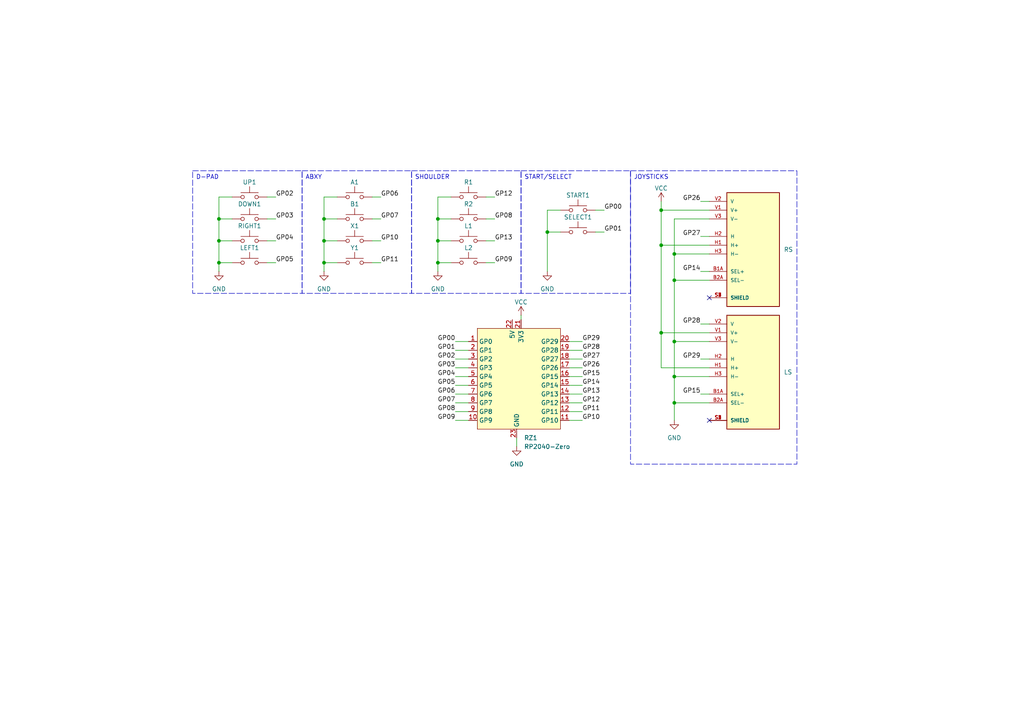
<source format=kicad_sch>
(kicad_sch
	(version 20250114)
	(generator "eeschema")
	(generator_version "9.0")
	(uuid "bad43b46-ed8d-45ff-93d9-cabbf625deec")
	(paper "A4")
	(lib_symbols
		(symbol "COM-09032:COM-09032"
			(pin_names
				(offset 1.016)
			)
			(exclude_from_sim no)
			(in_bom yes)
			(on_board yes)
			(property "Reference" "U"
				(at -7.62 16.002 0)
				(effects
					(font
						(size 1.27 1.27)
					)
					(justify left bottom)
				)
			)
			(property "Value" "COM-09032"
				(at -7.62 -20.32 0)
				(effects
					(font
						(size 1.27 1.27)
					)
					(justify left bottom)
				)
			)
			(property "Footprint" "COM-09032:XDCR_COM-09032"
				(at 0 0 0)
				(effects
					(font
						(size 1.27 1.27)
					)
					(justify bottom)
					(hide yes)
				)
			)
			(property "Datasheet" ""
				(at 0 0 0)
				(effects
					(font
						(size 1.27 1.27)
					)
					(hide yes)
				)
			)
			(property "Description" ""
				(at 0 0 0)
				(effects
					(font
						(size 1.27 1.27)
					)
					(hide yes)
				)
			)
			(property "MF" "SparkFun Electronics"
				(at 0 0 0)
				(effects
					(font
						(size 1.27 1.27)
					)
					(justify bottom)
					(hide yes)
				)
			)
			(property "MAXIMUM_PACKAGE_HEIGHT" "30.1mm"
				(at 0 0 0)
				(effects
					(font
						(size 1.27 1.27)
					)
					(justify bottom)
					(hide yes)
				)
			)
			(property "Package" "Package"
				(at 0 0 0)
				(effects
					(font
						(size 1.27 1.27)
					)
					(justify bottom)
					(hide yes)
				)
			)
			(property "Price" "None"
				(at 0 0 0)
				(effects
					(font
						(size 1.27 1.27)
					)
					(justify bottom)
					(hide yes)
				)
			)
			(property "Check_prices" "https://www.snapeda.com/parts/COM-09032/SparkFun/view-part/?ref=eda"
				(at 0 0 0)
				(effects
					(font
						(size 1.27 1.27)
					)
					(justify bottom)
					(hide yes)
				)
			)
			(property "STANDARD" "Manufacturer Recommendations"
				(at 0 0 0)
				(effects
					(font
						(size 1.27 1.27)
					)
					(justify bottom)
					(hide yes)
				)
			)
			(property "PARTREV" "N/A"
				(at 0 0 0)
				(effects
					(font
						(size 1.27 1.27)
					)
					(justify bottom)
					(hide yes)
				)
			)
			(property "SnapEDA_Link" "https://www.snapeda.com/parts/COM-09032/SparkFun/view-part/?ref=snap"
				(at 0 0 0)
				(effects
					(font
						(size 1.27 1.27)
					)
					(justify bottom)
					(hide yes)
				)
			)
			(property "MP" "COM-09032"
				(at 0 0 0)
				(effects
					(font
						(size 1.27 1.27)
					)
					(justify bottom)
					(hide yes)
				)
			)
			(property "Description_1" "Joystick, 2 - Axis Analog (Resistive) Output"
				(at 0 0 0)
				(effects
					(font
						(size 1.27 1.27)
					)
					(justify bottom)
					(hide yes)
				)
			)
			(property "Availability" "Not in stock"
				(at 0 0 0)
				(effects
					(font
						(size 1.27 1.27)
					)
					(justify bottom)
					(hide yes)
				)
			)
			(property "MANUFACTURER" "SparkFun Electronics"
				(at 0 0 0)
				(effects
					(font
						(size 1.27 1.27)
					)
					(justify bottom)
					(hide yes)
				)
			)
			(symbol "COM-09032_0_0"
				(rectangle
					(start -7.62 -17.78)
					(end 7.62 15.24)
					(stroke
						(width 0.254)
						(type default)
					)
					(fill
						(type background)
					)
				)
				(pin passive line
					(at -12.7 12.7 0)
					(length 5.08)
					(name "V"
						(effects
							(font
								(size 1.016 1.016)
							)
						)
					)
					(number "V2"
						(effects
							(font
								(size 1.016 1.016)
							)
						)
					)
				)
				(pin passive line
					(at -12.7 10.16 0)
					(length 5.08)
					(name "V+"
						(effects
							(font
								(size 1.016 1.016)
							)
						)
					)
					(number "V1"
						(effects
							(font
								(size 1.016 1.016)
							)
						)
					)
				)
				(pin passive line
					(at -12.7 7.62 0)
					(length 5.08)
					(name "V-"
						(effects
							(font
								(size 1.016 1.016)
							)
						)
					)
					(number "V3"
						(effects
							(font
								(size 1.016 1.016)
							)
						)
					)
				)
				(pin passive line
					(at -12.7 2.54 0)
					(length 5.08)
					(name "H"
						(effects
							(font
								(size 1.016 1.016)
							)
						)
					)
					(number "H2"
						(effects
							(font
								(size 1.016 1.016)
							)
						)
					)
				)
				(pin passive line
					(at -12.7 0 0)
					(length 5.08)
					(name "H+"
						(effects
							(font
								(size 1.016 1.016)
							)
						)
					)
					(number "H1"
						(effects
							(font
								(size 1.016 1.016)
							)
						)
					)
				)
				(pin passive line
					(at -12.7 -2.54 0)
					(length 5.08)
					(name "H-"
						(effects
							(font
								(size 1.016 1.016)
							)
						)
					)
					(number "H3"
						(effects
							(font
								(size 1.016 1.016)
							)
						)
					)
				)
				(pin passive line
					(at -12.7 -7.62 0)
					(length 5.08)
					(name "SEL+"
						(effects
							(font
								(size 1.016 1.016)
							)
						)
					)
					(number "B1A"
						(effects
							(font
								(size 1.016 1.016)
							)
						)
					)
				)
				(pin passive line
					(at -12.7 -10.16 0)
					(length 5.08)
					(name "SEL-"
						(effects
							(font
								(size 1.016 1.016)
							)
						)
					)
					(number "B2A"
						(effects
							(font
								(size 1.016 1.016)
							)
						)
					)
				)
				(pin passive line
					(at -12.7 -15.24 0)
					(length 5.08)
					(name "SHIELD"
						(effects
							(font
								(size 1.016 1.016)
							)
						)
					)
					(number "S1"
						(effects
							(font
								(size 1.016 1.016)
							)
						)
					)
				)
				(pin passive line
					(at -12.7 -15.24 0)
					(length 5.08)
					(name "SHIELD"
						(effects
							(font
								(size 1.016 1.016)
							)
						)
					)
					(number "S2"
						(effects
							(font
								(size 1.016 1.016)
							)
						)
					)
				)
				(pin passive line
					(at -12.7 -15.24 0)
					(length 5.08)
					(name "SHIELD"
						(effects
							(font
								(size 1.016 1.016)
							)
						)
					)
					(number "S3"
						(effects
							(font
								(size 1.016 1.016)
							)
						)
					)
				)
				(pin passive line
					(at -12.7 -15.24 0)
					(length 5.08)
					(name "SHIELD"
						(effects
							(font
								(size 1.016 1.016)
							)
						)
					)
					(number "S4"
						(effects
							(font
								(size 1.016 1.016)
							)
						)
					)
				)
			)
			(embedded_fonts no)
		)
		(symbol "Switch:SW_Push"
			(pin_numbers
				(hide yes)
			)
			(pin_names
				(offset 1.016)
				(hide yes)
			)
			(exclude_from_sim no)
			(in_bom yes)
			(on_board yes)
			(property "Reference" "SW"
				(at 1.27 2.54 0)
				(effects
					(font
						(size 1.27 1.27)
					)
					(justify left)
				)
			)
			(property "Value" "SW_Push"
				(at 0 -1.524 0)
				(effects
					(font
						(size 1.27 1.27)
					)
				)
			)
			(property "Footprint" ""
				(at 0 5.08 0)
				(effects
					(font
						(size 1.27 1.27)
					)
					(hide yes)
				)
			)
			(property "Datasheet" "~"
				(at 0 5.08 0)
				(effects
					(font
						(size 1.27 1.27)
					)
					(hide yes)
				)
			)
			(property "Description" "Push button switch, generic, two pins"
				(at 0 0 0)
				(effects
					(font
						(size 1.27 1.27)
					)
					(hide yes)
				)
			)
			(property "ki_keywords" "switch normally-open pushbutton push-button"
				(at 0 0 0)
				(effects
					(font
						(size 1.27 1.27)
					)
					(hide yes)
				)
			)
			(symbol "SW_Push_0_1"
				(circle
					(center -2.032 0)
					(radius 0.508)
					(stroke
						(width 0)
						(type default)
					)
					(fill
						(type none)
					)
				)
				(polyline
					(pts
						(xy 0 1.27) (xy 0 3.048)
					)
					(stroke
						(width 0)
						(type default)
					)
					(fill
						(type none)
					)
				)
				(circle
					(center 2.032 0)
					(radius 0.508)
					(stroke
						(width 0)
						(type default)
					)
					(fill
						(type none)
					)
				)
				(polyline
					(pts
						(xy 2.54 1.27) (xy -2.54 1.27)
					)
					(stroke
						(width 0)
						(type default)
					)
					(fill
						(type none)
					)
				)
				(pin passive line
					(at -5.08 0 0)
					(length 2.54)
					(name "1"
						(effects
							(font
								(size 1.27 1.27)
							)
						)
					)
					(number "1"
						(effects
							(font
								(size 1.27 1.27)
							)
						)
					)
				)
				(pin passive line
					(at 5.08 0 180)
					(length 2.54)
					(name "2"
						(effects
							(font
								(size 1.27 1.27)
							)
						)
					)
					(number "2"
						(effects
							(font
								(size 1.27 1.27)
							)
						)
					)
				)
			)
			(embedded_fonts no)
		)
		(symbol "power:GND"
			(power)
			(pin_numbers
				(hide yes)
			)
			(pin_names
				(offset 0)
				(hide yes)
			)
			(exclude_from_sim no)
			(in_bom yes)
			(on_board yes)
			(property "Reference" "#PWR"
				(at 0 -6.35 0)
				(effects
					(font
						(size 1.27 1.27)
					)
					(hide yes)
				)
			)
			(property "Value" "GND"
				(at 0 -3.81 0)
				(effects
					(font
						(size 1.27 1.27)
					)
				)
			)
			(property "Footprint" ""
				(at 0 0 0)
				(effects
					(font
						(size 1.27 1.27)
					)
					(hide yes)
				)
			)
			(property "Datasheet" ""
				(at 0 0 0)
				(effects
					(font
						(size 1.27 1.27)
					)
					(hide yes)
				)
			)
			(property "Description" "Power symbol creates a global label with name \"GND\" , ground"
				(at 0 0 0)
				(effects
					(font
						(size 1.27 1.27)
					)
					(hide yes)
				)
			)
			(property "ki_keywords" "global power"
				(at 0 0 0)
				(effects
					(font
						(size 1.27 1.27)
					)
					(hide yes)
				)
			)
			(symbol "GND_0_1"
				(polyline
					(pts
						(xy 0 0) (xy 0 -1.27) (xy 1.27 -1.27) (xy 0 -2.54) (xy -1.27 -1.27) (xy 0 -1.27)
					)
					(stroke
						(width 0)
						(type default)
					)
					(fill
						(type none)
					)
				)
			)
			(symbol "GND_1_1"
				(pin power_in line
					(at 0 0 270)
					(length 0)
					(name "~"
						(effects
							(font
								(size 1.27 1.27)
							)
						)
					)
					(number "1"
						(effects
							(font
								(size 1.27 1.27)
							)
						)
					)
				)
			)
			(embedded_fonts no)
		)
		(symbol "power:VCC"
			(power)
			(pin_numbers
				(hide yes)
			)
			(pin_names
				(offset 0)
				(hide yes)
			)
			(exclude_from_sim no)
			(in_bom yes)
			(on_board yes)
			(property "Reference" "#PWR"
				(at 0 -3.81 0)
				(effects
					(font
						(size 1.27 1.27)
					)
					(hide yes)
				)
			)
			(property "Value" "VCC"
				(at 0 3.556 0)
				(effects
					(font
						(size 1.27 1.27)
					)
				)
			)
			(property "Footprint" ""
				(at 0 0 0)
				(effects
					(font
						(size 1.27 1.27)
					)
					(hide yes)
				)
			)
			(property "Datasheet" ""
				(at 0 0 0)
				(effects
					(font
						(size 1.27 1.27)
					)
					(hide yes)
				)
			)
			(property "Description" "Power symbol creates a global label with name \"VCC\""
				(at 0 0 0)
				(effects
					(font
						(size 1.27 1.27)
					)
					(hide yes)
				)
			)
			(property "ki_keywords" "global power"
				(at 0 0 0)
				(effects
					(font
						(size 1.27 1.27)
					)
					(hide yes)
				)
			)
			(symbol "VCC_0_1"
				(polyline
					(pts
						(xy -0.762 1.27) (xy 0 2.54)
					)
					(stroke
						(width 0)
						(type default)
					)
					(fill
						(type none)
					)
				)
				(polyline
					(pts
						(xy 0 2.54) (xy 0.762 1.27)
					)
					(stroke
						(width 0)
						(type default)
					)
					(fill
						(type none)
					)
				)
				(polyline
					(pts
						(xy 0 0) (xy 0 2.54)
					)
					(stroke
						(width 0)
						(type default)
					)
					(fill
						(type none)
					)
				)
			)
			(symbol "VCC_1_1"
				(pin power_in line
					(at 0 0 90)
					(length 0)
					(name "~"
						(effects
							(font
								(size 1.27 1.27)
							)
						)
					)
					(number "1"
						(effects
							(font
								(size 1.27 1.27)
							)
						)
					)
				)
			)
			(embedded_fonts no)
		)
		(symbol "rp2040-zero:RP2040-Zero"
			(exclude_from_sim no)
			(in_bom yes)
			(on_board yes)
			(property "Reference" "RZ"
				(at 0 0 0)
				(effects
					(font
						(size 1.27 1.27)
					)
				)
			)
			(property "Value" "RP2040-Zero"
				(at 0 -2.54 0)
				(effects
					(font
						(size 1.27 1.27)
					)
				)
			)
			(property "Footprint" "RP2040-Zero:RP2040-Zero"
				(at 0 0 0)
				(effects
					(font
						(size 1.27 1.27)
					)
				)
			)
			(property "Datasheet" ""
				(at 0 0 0)
				(effects
					(font
						(size 1.27 1.27)
					)
					(hide yes)
				)
			)
			(property "Description" ""
				(at 0 0 0)
				(effects
					(font
						(size 1.27 1.27)
					)
					(hide yes)
				)
			)
			(symbol "RP2040-Zero_0_1"
				(rectangle
					(start -11.43 -15.24)
					(end 12.7 13.97)
					(stroke
						(width 0)
						(type default)
					)
					(fill
						(type background)
					)
				)
			)
			(symbol "RP2040-Zero_1_1"
				(pin bidirectional line
					(at -13.97 10.16 0)
					(length 2.54)
					(name "GP0"
						(effects
							(font
								(size 1.27 1.27)
							)
						)
					)
					(number "1"
						(effects
							(font
								(size 1.27 1.27)
							)
						)
					)
				)
				(pin bidirectional line
					(at -13.97 7.62 0)
					(length 2.54)
					(name "GP1"
						(effects
							(font
								(size 1.27 1.27)
							)
						)
					)
					(number "2"
						(effects
							(font
								(size 1.27 1.27)
							)
						)
					)
				)
				(pin bidirectional line
					(at -13.97 5.08 0)
					(length 2.54)
					(name "GP2"
						(effects
							(font
								(size 1.27 1.27)
							)
						)
					)
					(number "3"
						(effects
							(font
								(size 1.27 1.27)
							)
						)
					)
				)
				(pin bidirectional line
					(at -13.97 2.54 0)
					(length 2.54)
					(name "GP3"
						(effects
							(font
								(size 1.27 1.27)
							)
						)
					)
					(number "4"
						(effects
							(font
								(size 1.27 1.27)
							)
						)
					)
				)
				(pin bidirectional line
					(at -13.97 0 0)
					(length 2.54)
					(name "GP4"
						(effects
							(font
								(size 1.27 1.27)
							)
						)
					)
					(number "5"
						(effects
							(font
								(size 1.27 1.27)
							)
						)
					)
				)
				(pin bidirectional line
					(at -13.97 -2.54 0)
					(length 2.54)
					(name "GP5"
						(effects
							(font
								(size 1.27 1.27)
							)
						)
					)
					(number "6"
						(effects
							(font
								(size 1.27 1.27)
							)
						)
					)
				)
				(pin bidirectional line
					(at -13.97 -5.08 0)
					(length 2.54)
					(name "GP6"
						(effects
							(font
								(size 1.27 1.27)
							)
						)
					)
					(number "7"
						(effects
							(font
								(size 1.27 1.27)
							)
						)
					)
				)
				(pin bidirectional line
					(at -13.97 -7.62 0)
					(length 2.54)
					(name "GP7"
						(effects
							(font
								(size 1.27 1.27)
							)
						)
					)
					(number "8"
						(effects
							(font
								(size 1.27 1.27)
							)
						)
					)
				)
				(pin bidirectional line
					(at -13.97 -10.16 0)
					(length 2.54)
					(name "GP8"
						(effects
							(font
								(size 1.27 1.27)
							)
						)
					)
					(number "9"
						(effects
							(font
								(size 1.27 1.27)
							)
						)
					)
				)
				(pin bidirectional line
					(at -13.97 -12.7 0)
					(length 2.54)
					(name "GP9"
						(effects
							(font
								(size 1.27 1.27)
							)
						)
					)
					(number "10"
						(effects
							(font
								(size 1.27 1.27)
							)
						)
					)
				)
				(pin power_in line
					(at -1.27 16.51 270)
					(length 2.54)
					(name "5V"
						(effects
							(font
								(size 1.27 1.27)
							)
						)
					)
					(number "22"
						(effects
							(font
								(size 1.27 1.27)
							)
						)
					)
				)
				(pin power_in line
					(at 0 -17.78 90)
					(length 2.54)
					(name "GND"
						(effects
							(font
								(size 1.27 1.27)
							)
						)
					)
					(number "23"
						(effects
							(font
								(size 1.27 1.27)
							)
						)
					)
				)
				(pin power_in line
					(at 1.27 16.51 270)
					(length 2.54)
					(name "3V3"
						(effects
							(font
								(size 1.27 1.27)
							)
						)
					)
					(number "21"
						(effects
							(font
								(size 1.27 1.27)
							)
						)
					)
				)
				(pin bidirectional line
					(at 15.24 10.16 180)
					(length 2.54)
					(name "GP29"
						(effects
							(font
								(size 1.27 1.27)
							)
						)
					)
					(number "20"
						(effects
							(font
								(size 1.27 1.27)
							)
						)
					)
				)
				(pin bidirectional line
					(at 15.24 7.62 180)
					(length 2.54)
					(name "GP28"
						(effects
							(font
								(size 1.27 1.27)
							)
						)
					)
					(number "19"
						(effects
							(font
								(size 1.27 1.27)
							)
						)
					)
				)
				(pin bidirectional line
					(at 15.24 5.08 180)
					(length 2.54)
					(name "GP27"
						(effects
							(font
								(size 1.27 1.27)
							)
						)
					)
					(number "18"
						(effects
							(font
								(size 1.27 1.27)
							)
						)
					)
				)
				(pin bidirectional line
					(at 15.24 2.54 180)
					(length 2.54)
					(name "GP26"
						(effects
							(font
								(size 1.27 1.27)
							)
						)
					)
					(number "17"
						(effects
							(font
								(size 1.27 1.27)
							)
						)
					)
				)
				(pin bidirectional line
					(at 15.24 0 180)
					(length 2.54)
					(name "GP15"
						(effects
							(font
								(size 1.27 1.27)
							)
						)
					)
					(number "16"
						(effects
							(font
								(size 1.27 1.27)
							)
						)
					)
				)
				(pin bidirectional line
					(at 15.24 -2.54 180)
					(length 2.54)
					(name "GP14"
						(effects
							(font
								(size 1.27 1.27)
							)
						)
					)
					(number "15"
						(effects
							(font
								(size 1.27 1.27)
							)
						)
					)
				)
				(pin bidirectional line
					(at 15.24 -5.08 180)
					(length 2.54)
					(name "GP13"
						(effects
							(font
								(size 1.27 1.27)
							)
						)
					)
					(number "14"
						(effects
							(font
								(size 1.27 1.27)
							)
						)
					)
				)
				(pin bidirectional line
					(at 15.24 -7.62 180)
					(length 2.54)
					(name "GP12"
						(effects
							(font
								(size 1.27 1.27)
							)
						)
					)
					(number "13"
						(effects
							(font
								(size 1.27 1.27)
							)
						)
					)
				)
				(pin bidirectional line
					(at 15.24 -10.16 180)
					(length 2.54)
					(name "GP11"
						(effects
							(font
								(size 1.27 1.27)
							)
						)
					)
					(number "12"
						(effects
							(font
								(size 1.27 1.27)
							)
						)
					)
				)
				(pin bidirectional line
					(at 15.24 -12.7 180)
					(length 2.54)
					(name "GP10"
						(effects
							(font
								(size 1.27 1.27)
							)
						)
					)
					(number "11"
						(effects
							(font
								(size 1.27 1.27)
							)
						)
					)
				)
			)
			(embedded_fonts no)
		)
	)
	(text_box "SHOULDER\n"
		(exclude_from_sim no)
		(at 119.38 49.53 0)
		(size 31.75 35.56)
		(margins 0.9525 0.9525 0.9525 0.9525)
		(stroke
			(width 0)
			(type dash)
		)
		(fill
			(type none)
		)
		(effects
			(font
				(size 1.27 1.27)
			)
			(justify left top)
		)
		(uuid "6296a3a4-6d72-4b67-a7f7-3c9c233b8ba0")
	)
	(text_box "START/SELECT"
		(exclude_from_sim no)
		(at 151.13 49.53 0)
		(size 31.75 35.56)
		(margins 0.9525 0.9525 0.9525 0.9525)
		(stroke
			(width 0)
			(type dash)
		)
		(fill
			(type none)
		)
		(effects
			(font
				(size 1.27 1.27)
			)
			(justify left top)
		)
		(uuid "ad485fba-441a-4568-8a66-b5d2204ade99")
	)
	(text_box "D-PAD"
		(exclude_from_sim no)
		(at 55.88 49.53 0)
		(size 31.75 35.56)
		(margins 0.9525 0.9525 0.9525 0.9525)
		(stroke
			(width 0)
			(type dash)
		)
		(fill
			(type none)
		)
		(effects
			(font
				(size 1.27 1.27)
			)
			(justify left top)
		)
		(uuid "c1af18db-85fe-4cf8-aae8-fbe1d6e64ddf")
	)
	(text_box "ABXY\n"
		(exclude_from_sim no)
		(at 87.63 49.53 0)
		(size 31.75 35.56)
		(margins 0.9525 0.9525 0.9525 0.9525)
		(stroke
			(width 0)
			(type dash)
		)
		(fill
			(type none)
		)
		(effects
			(font
				(size 1.27 1.27)
			)
			(justify left top)
		)
		(uuid "d1dcaf17-2605-459f-98ee-df941f9c0f9b")
	)
	(text_box "JOYSTICKS\n"
		(exclude_from_sim no)
		(at 182.88 49.53 0)
		(size 48.26 85.09)
		(margins 0.9525 0.9525 0.9525 0.9525)
		(stroke
			(width 0)
			(type dash)
		)
		(fill
			(type none)
		)
		(effects
			(font
				(size 1.27 1.27)
			)
			(justify left top)
		)
		(uuid "fee23080-70c6-43c9-889c-531986b4467d")
	)
	(junction
		(at 191.77 60.96)
		(diameter 0)
		(color 0 0 0 0)
		(uuid "04f7b032-4d7c-40ba-9d87-fcb9085f11f1")
	)
	(junction
		(at 63.5 69.85)
		(diameter 0)
		(color 0 0 0 0)
		(uuid "1ce47897-ff32-46a7-b66f-aee5d913020f")
	)
	(junction
		(at 195.58 81.28)
		(diameter 0)
		(color 0 0 0 0)
		(uuid "2a44f3fa-9b2e-44d2-b0f5-a8eb033f2fa9")
	)
	(junction
		(at 93.98 69.85)
		(diameter 0)
		(color 0 0 0 0)
		(uuid "5bf24161-e140-4927-93ac-729bb784c086")
	)
	(junction
		(at 63.5 63.5)
		(diameter 0)
		(color 0 0 0 0)
		(uuid "6f6c230e-c11a-47cf-9600-5c22e89286f1")
	)
	(junction
		(at 63.5 76.2)
		(diameter 0)
		(color 0 0 0 0)
		(uuid "7adb4ddb-d0b8-4dcb-a7fc-c56dab146f2c")
	)
	(junction
		(at 195.58 73.66)
		(diameter 0)
		(color 0 0 0 0)
		(uuid "8070d38b-8f7f-4a5d-968a-f4598558f047")
	)
	(junction
		(at 191.77 71.12)
		(diameter 0)
		(color 0 0 0 0)
		(uuid "99300224-2057-4ef0-8d38-3879d87d2394")
	)
	(junction
		(at 158.75 67.31)
		(diameter 0)
		(color 0 0 0 0)
		(uuid "b5a21b2c-b6cf-4c5c-8396-1fcaaa9bbcbd")
	)
	(junction
		(at 93.98 76.2)
		(diameter 0)
		(color 0 0 0 0)
		(uuid "cf88720d-21d4-4d8a-821c-1cd411c330f7")
	)
	(junction
		(at 127 63.5)
		(diameter 0)
		(color 0 0 0 0)
		(uuid "e2707b6d-e4cd-4b6d-b3d1-dfe75b77c3dc")
	)
	(junction
		(at 93.98 63.5)
		(diameter 0)
		(color 0 0 0 0)
		(uuid "e55a1a17-2e99-4854-aff3-b7d3cd69e250")
	)
	(junction
		(at 127 76.2)
		(diameter 0)
		(color 0 0 0 0)
		(uuid "eda7c208-99fe-4b93-8716-00567ace78c9")
	)
	(junction
		(at 127 69.85)
		(diameter 0)
		(color 0 0 0 0)
		(uuid "f0524e8b-268e-44f1-b74b-fb733ddbe9c1")
	)
	(junction
		(at 191.77 96.52)
		(diameter 0)
		(color 0 0 0 0)
		(uuid "f5596ba9-05b9-447e-a883-64d1779f18f6")
	)
	(junction
		(at 195.58 109.22)
		(diameter 0)
		(color 0 0 0 0)
		(uuid "f97133e4-cd23-4a4e-b1a5-6423a059e8c0")
	)
	(junction
		(at 195.58 116.84)
		(diameter 0)
		(color 0 0 0 0)
		(uuid "fc25a3fe-2769-40c5-8b3d-0536c7fb2070")
	)
	(junction
		(at 195.58 99.06)
		(diameter 0)
		(color 0 0 0 0)
		(uuid "fc7e4aa7-3329-4b6d-958c-baf4883b1ae8")
	)
	(no_connect
		(at 205.74 121.92)
		(uuid "d959e7d3-90df-4e6d-a40a-185a6b078f5b")
	)
	(no_connect
		(at 205.74 86.36)
		(uuid "e8b52781-eafe-433a-bab7-cd0d88df7c6a")
	)
	(wire
		(pts
			(xy 195.58 109.22) (xy 205.74 109.22)
		)
		(stroke
			(width 0)
			(type default)
		)
		(uuid "01b8f615-d59b-434c-82d1-81ecf12d5e60")
	)
	(wire
		(pts
			(xy 132.08 116.84) (xy 135.89 116.84)
		)
		(stroke
			(width 0)
			(type default)
		)
		(uuid "063ac7ee-add6-4574-8d44-4e07bb587dbe")
	)
	(wire
		(pts
			(xy 97.79 63.5) (xy 93.98 63.5)
		)
		(stroke
			(width 0)
			(type default)
		)
		(uuid "07c417bb-f0f0-4804-86e7-d01e028d03ed")
	)
	(wire
		(pts
			(xy 168.91 99.06) (xy 165.1 99.06)
		)
		(stroke
			(width 0)
			(type default)
		)
		(uuid "086f23c0-c961-40fc-b902-3a5f8bcc1012")
	)
	(wire
		(pts
			(xy 143.51 63.5) (xy 140.97 63.5)
		)
		(stroke
			(width 0)
			(type default)
		)
		(uuid "0dadfadc-969b-4722-84b3-024183f6c9e1")
	)
	(wire
		(pts
			(xy 195.58 63.5) (xy 195.58 73.66)
		)
		(stroke
			(width 0)
			(type default)
		)
		(uuid "0e29a245-e661-4ac1-a332-9072a8f3284a")
	)
	(wire
		(pts
			(xy 191.77 60.96) (xy 191.77 58.42)
		)
		(stroke
			(width 0)
			(type default)
		)
		(uuid "109bf37c-e9a9-47be-a2e5-bb9b80d67615")
	)
	(wire
		(pts
			(xy 191.77 96.52) (xy 191.77 71.12)
		)
		(stroke
			(width 0)
			(type default)
		)
		(uuid "16117505-1d65-4b52-b585-46403118d03b")
	)
	(wire
		(pts
			(xy 143.51 69.85) (xy 140.97 69.85)
		)
		(stroke
			(width 0)
			(type default)
		)
		(uuid "1edd37c7-1598-42fa-ae66-b96b6b441dee")
	)
	(wire
		(pts
			(xy 130.81 57.15) (xy 127 57.15)
		)
		(stroke
			(width 0)
			(type default)
		)
		(uuid "2048b6ba-b1dc-42b2-b756-9f27de83ecf7")
	)
	(wire
		(pts
			(xy 195.58 116.84) (xy 195.58 121.92)
		)
		(stroke
			(width 0)
			(type default)
		)
		(uuid "2126b312-2ea8-41de-ad59-9fee7267f900")
	)
	(wire
		(pts
			(xy 132.08 104.14) (xy 135.89 104.14)
		)
		(stroke
			(width 0)
			(type default)
		)
		(uuid "2302537c-8d51-49ff-aa57-171d731a9e4c")
	)
	(wire
		(pts
			(xy 168.91 116.84) (xy 165.1 116.84)
		)
		(stroke
			(width 0)
			(type default)
		)
		(uuid "2564cae7-3104-4178-aa9f-dd5a87b26cf3")
	)
	(wire
		(pts
			(xy 80.01 57.15) (xy 77.47 57.15)
		)
		(stroke
			(width 0)
			(type default)
		)
		(uuid "28496b42-49a4-4f6e-a869-a128007ae1d4")
	)
	(wire
		(pts
			(xy 195.58 73.66) (xy 205.74 73.66)
		)
		(stroke
			(width 0)
			(type default)
		)
		(uuid "293cb410-6ab6-4618-ae2e-9105d2461d5c")
	)
	(wire
		(pts
			(xy 205.74 106.68) (xy 191.77 106.68)
		)
		(stroke
			(width 0)
			(type default)
		)
		(uuid "29b4f90d-e0fa-409b-8ce5-db4e34fa7941")
	)
	(wire
		(pts
			(xy 168.91 101.6) (xy 165.1 101.6)
		)
		(stroke
			(width 0)
			(type default)
		)
		(uuid "2efa8a19-e8bc-4632-a6a7-cfedaccfa73d")
	)
	(wire
		(pts
			(xy 195.58 81.28) (xy 195.58 99.06)
		)
		(stroke
			(width 0)
			(type default)
		)
		(uuid "2f445a06-360e-4638-82e0-ec661f456449")
	)
	(wire
		(pts
			(xy 143.51 57.15) (xy 140.97 57.15)
		)
		(stroke
			(width 0)
			(type default)
		)
		(uuid "31c3c1fa-dfb2-45ff-808f-c32a1176c02f")
	)
	(wire
		(pts
			(xy 205.74 71.12) (xy 191.77 71.12)
		)
		(stroke
			(width 0)
			(type default)
		)
		(uuid "31e0cc26-fb2b-4813-9a5c-c1eef54cb6fa")
	)
	(wire
		(pts
			(xy 97.79 57.15) (xy 93.98 57.15)
		)
		(stroke
			(width 0)
			(type default)
		)
		(uuid "345ed1e2-2039-4080-9327-4eef79970da5")
	)
	(wire
		(pts
			(xy 110.49 57.15) (xy 107.95 57.15)
		)
		(stroke
			(width 0)
			(type default)
		)
		(uuid "3584c5ea-29c8-4d54-abcb-470dedd76e11")
	)
	(wire
		(pts
			(xy 93.98 57.15) (xy 93.98 63.5)
		)
		(stroke
			(width 0)
			(type default)
		)
		(uuid "3dd5aaca-e6f3-4ac3-b950-d78f7da31966")
	)
	(wire
		(pts
			(xy 168.91 109.22) (xy 165.1 109.22)
		)
		(stroke
			(width 0)
			(type default)
		)
		(uuid "411f6cc8-d5e9-4f40-b500-946b588c545f")
	)
	(wire
		(pts
			(xy 67.31 57.15) (xy 63.5 57.15)
		)
		(stroke
			(width 0)
			(type default)
		)
		(uuid "44f0d9bd-6ed8-4b6a-9119-fc8a1cb2c0f1")
	)
	(wire
		(pts
			(xy 127 63.5) (xy 127 69.85)
		)
		(stroke
			(width 0)
			(type default)
		)
		(uuid "46723b65-a26d-4a16-bfff-cb28b10b78a5")
	)
	(wire
		(pts
			(xy 205.74 96.52) (xy 191.77 96.52)
		)
		(stroke
			(width 0)
			(type default)
		)
		(uuid "46f079fb-fa8a-4a8e-b22a-ae96f28c7604")
	)
	(wire
		(pts
			(xy 93.98 63.5) (xy 93.98 69.85)
		)
		(stroke
			(width 0)
			(type default)
		)
		(uuid "481a92d5-ed6a-4392-ad1e-2fb7523ce762")
	)
	(wire
		(pts
			(xy 110.49 69.85) (xy 107.95 69.85)
		)
		(stroke
			(width 0)
			(type default)
		)
		(uuid "48ca9f23-a47f-4b89-9d05-bf7aee1de2e1")
	)
	(wire
		(pts
			(xy 175.26 60.96) (xy 172.72 60.96)
		)
		(stroke
			(width 0)
			(type default)
		)
		(uuid "48f9537d-09a1-4e93-836d-c5f9d58cfb26")
	)
	(wire
		(pts
			(xy 63.5 76.2) (xy 67.31 76.2)
		)
		(stroke
			(width 0)
			(type default)
		)
		(uuid "49fd2a32-c83e-4cc3-8206-686b92f8098e")
	)
	(wire
		(pts
			(xy 195.58 81.28) (xy 205.74 81.28)
		)
		(stroke
			(width 0)
			(type default)
		)
		(uuid "4a6a67c7-8b99-4f29-bc12-33bba55579ea")
	)
	(wire
		(pts
			(xy 175.26 67.31) (xy 172.72 67.31)
		)
		(stroke
			(width 0)
			(type default)
		)
		(uuid "4c45e702-0301-4b66-b9b7-69d35e35434a")
	)
	(wire
		(pts
			(xy 132.08 101.6) (xy 135.89 101.6)
		)
		(stroke
			(width 0)
			(type default)
		)
		(uuid "4e76b7d2-08ee-4714-8fde-7db409c8c9f5")
	)
	(wire
		(pts
			(xy 132.08 109.22) (xy 135.89 109.22)
		)
		(stroke
			(width 0)
			(type default)
		)
		(uuid "4ff096d2-631f-40b2-af62-965366e2744b")
	)
	(wire
		(pts
			(xy 97.79 69.85) (xy 93.98 69.85)
		)
		(stroke
			(width 0)
			(type default)
		)
		(uuid "507cf756-55ec-4ae9-9be1-f26335b12113")
	)
	(wire
		(pts
			(xy 132.08 99.06) (xy 135.89 99.06)
		)
		(stroke
			(width 0)
			(type default)
		)
		(uuid "5155f540-f83e-49e5-b942-c5bd35be1846")
	)
	(wire
		(pts
			(xy 195.58 99.06) (xy 195.58 109.22)
		)
		(stroke
			(width 0)
			(type default)
		)
		(uuid "54f768d5-f5ec-4ef5-85f5-74798a1e15e0")
	)
	(wire
		(pts
			(xy 162.56 60.96) (xy 158.75 60.96)
		)
		(stroke
			(width 0)
			(type default)
		)
		(uuid "58d14e23-fdd1-4040-be99-b1b31b05420c")
	)
	(wire
		(pts
			(xy 110.49 76.2) (xy 107.95 76.2)
		)
		(stroke
			(width 0)
			(type default)
		)
		(uuid "5a2b276b-51af-4bea-baa3-75d071f9fb7b")
	)
	(wire
		(pts
			(xy 203.2 68.58) (xy 205.74 68.58)
		)
		(stroke
			(width 0)
			(type default)
		)
		(uuid "5e622c55-3608-4781-8601-a15ad00b9aa6")
	)
	(wire
		(pts
			(xy 80.01 63.5) (xy 77.47 63.5)
		)
		(stroke
			(width 0)
			(type default)
		)
		(uuid "62455790-e1d6-4f77-947b-9bd463b0f27f")
	)
	(wire
		(pts
			(xy 127 57.15) (xy 127 63.5)
		)
		(stroke
			(width 0)
			(type default)
		)
		(uuid "6a9edd4a-7c60-4d3b-9fb4-9504d856df43")
	)
	(wire
		(pts
			(xy 63.5 57.15) (xy 63.5 63.5)
		)
		(stroke
			(width 0)
			(type default)
		)
		(uuid "71141a30-5f49-4376-a2b3-679dc0f59861")
	)
	(wire
		(pts
			(xy 93.98 69.85) (xy 93.98 76.2)
		)
		(stroke
			(width 0)
			(type default)
		)
		(uuid "7206f73e-08b2-48ae-862b-8af2b4f1a144")
	)
	(wire
		(pts
			(xy 127 69.85) (xy 130.81 69.85)
		)
		(stroke
			(width 0)
			(type default)
		)
		(uuid "72d18053-6a89-4b16-abca-05ba60a64cc0")
	)
	(wire
		(pts
			(xy 203.2 58.42) (xy 205.74 58.42)
		)
		(stroke
			(width 0)
			(type default)
		)
		(uuid "74c44b88-689f-4a00-b484-18309628a857")
	)
	(wire
		(pts
			(xy 93.98 76.2) (xy 93.98 78.74)
		)
		(stroke
			(width 0)
			(type default)
		)
		(uuid "774c46af-23cb-480d-9400-36406ffd3138")
	)
	(wire
		(pts
			(xy 195.58 109.22) (xy 195.58 116.84)
		)
		(stroke
			(width 0)
			(type default)
		)
		(uuid "7762af8e-1bae-402d-a761-0807e8819c18")
	)
	(wire
		(pts
			(xy 127 63.5) (xy 130.81 63.5)
		)
		(stroke
			(width 0)
			(type default)
		)
		(uuid "78c896bf-2297-4e81-91b2-6dfd99bd2cfb")
	)
	(wire
		(pts
			(xy 168.91 121.92) (xy 165.1 121.92)
		)
		(stroke
			(width 0)
			(type default)
		)
		(uuid "7f185003-aede-4733-9632-28fb0425192f")
	)
	(wire
		(pts
			(xy 80.01 69.85) (xy 77.47 69.85)
		)
		(stroke
			(width 0)
			(type default)
		)
		(uuid "853e62fd-d3c3-4c4d-915d-9cc46a10a414")
	)
	(wire
		(pts
			(xy 191.77 71.12) (xy 191.77 60.96)
		)
		(stroke
			(width 0)
			(type default)
		)
		(uuid "8951cf42-f460-4ed9-b656-880489491521")
	)
	(wire
		(pts
			(xy 168.91 114.3) (xy 165.1 114.3)
		)
		(stroke
			(width 0)
			(type default)
		)
		(uuid "8fcaf506-5689-4bbb-ae87-609cd3d8edb6")
	)
	(wire
		(pts
			(xy 132.08 111.76) (xy 135.89 111.76)
		)
		(stroke
			(width 0)
			(type default)
		)
		(uuid "912ac187-8c1a-4655-889c-2bf015a934d8")
	)
	(wire
		(pts
			(xy 132.08 121.92) (xy 135.89 121.92)
		)
		(stroke
			(width 0)
			(type default)
		)
		(uuid "99b97f80-51ca-49a4-8c12-c69b56b32930")
	)
	(wire
		(pts
			(xy 63.5 76.2) (xy 63.5 78.74)
		)
		(stroke
			(width 0)
			(type default)
		)
		(uuid "9fedea56-9ede-4967-99a6-f2b5cf59bb9a")
	)
	(wire
		(pts
			(xy 168.91 104.14) (xy 165.1 104.14)
		)
		(stroke
			(width 0)
			(type default)
		)
		(uuid "a1a30da1-43b6-4903-b605-39b1cffa10e9")
	)
	(wire
		(pts
			(xy 195.58 116.84) (xy 205.74 116.84)
		)
		(stroke
			(width 0)
			(type default)
		)
		(uuid "a52f8150-53d7-4a19-913a-d8c7c676c698")
	)
	(wire
		(pts
			(xy 168.91 111.76) (xy 165.1 111.76)
		)
		(stroke
			(width 0)
			(type default)
		)
		(uuid "a71342d9-0508-4b42-9246-9535b4a980bc")
	)
	(wire
		(pts
			(xy 127 76.2) (xy 127 78.74)
		)
		(stroke
			(width 0)
			(type default)
		)
		(uuid "a73783e2-060f-4cd6-bf6c-be2b4644a2a0")
	)
	(wire
		(pts
			(xy 191.77 106.68) (xy 191.77 96.52)
		)
		(stroke
			(width 0)
			(type default)
		)
		(uuid "a781f1d5-4367-4d8d-a284-9acc2a38a67a")
	)
	(wire
		(pts
			(xy 168.91 119.38) (xy 165.1 119.38)
		)
		(stroke
			(width 0)
			(type default)
		)
		(uuid "ae26fa1a-373a-49b1-b061-13da8cc4959b")
	)
	(wire
		(pts
			(xy 205.74 60.96) (xy 191.77 60.96)
		)
		(stroke
			(width 0)
			(type default)
		)
		(uuid "b22b12a5-0164-4cd0-9dfb-8f7c61f4729e")
	)
	(wire
		(pts
			(xy 132.08 114.3) (xy 135.89 114.3)
		)
		(stroke
			(width 0)
			(type default)
		)
		(uuid "bb9360a7-ad68-47cf-ac04-f44880bc9f26")
	)
	(wire
		(pts
			(xy 195.58 99.06) (xy 205.74 99.06)
		)
		(stroke
			(width 0)
			(type default)
		)
		(uuid "bf6b648e-56c3-4163-80d9-367a5933282d")
	)
	(wire
		(pts
			(xy 205.74 63.5) (xy 195.58 63.5)
		)
		(stroke
			(width 0)
			(type default)
		)
		(uuid "c09ae6dd-3e14-4122-a3a3-703664498aec")
	)
	(wire
		(pts
			(xy 158.75 60.96) (xy 158.75 67.31)
		)
		(stroke
			(width 0)
			(type default)
		)
		(uuid "c1435f66-8a4b-427d-8db7-f24d81f17495")
	)
	(wire
		(pts
			(xy 63.5 69.85) (xy 63.5 76.2)
		)
		(stroke
			(width 0)
			(type default)
		)
		(uuid "c3241018-12d4-4d5b-af81-0a59c0b1621b")
	)
	(wire
		(pts
			(xy 168.91 106.68) (xy 165.1 106.68)
		)
		(stroke
			(width 0)
			(type default)
		)
		(uuid "c39795d2-26ae-42aa-886b-6c16c5988295")
	)
	(wire
		(pts
			(xy 127 76.2) (xy 130.81 76.2)
		)
		(stroke
			(width 0)
			(type default)
		)
		(uuid "c739d2c8-35be-4547-8357-97e44352006c")
	)
	(wire
		(pts
			(xy 149.86 129.54) (xy 149.86 127)
		)
		(stroke
			(width 0)
			(type default)
		)
		(uuid "cdb157e1-1092-4bf4-bec5-ed106f624b8c")
	)
	(wire
		(pts
			(xy 63.5 63.5) (xy 67.31 63.5)
		)
		(stroke
			(width 0)
			(type default)
		)
		(uuid "d009ecdb-c332-4b27-81e9-dfdee252595f")
	)
	(wire
		(pts
			(xy 162.56 67.31) (xy 158.75 67.31)
		)
		(stroke
			(width 0)
			(type default)
		)
		(uuid "d0e0f285-ca49-4446-90af-2e473b468c1b")
	)
	(wire
		(pts
			(xy 63.5 63.5) (xy 63.5 69.85)
		)
		(stroke
			(width 0)
			(type default)
		)
		(uuid "d1bc85ac-3218-4e45-8660-2712b47d2d06")
	)
	(wire
		(pts
			(xy 127 69.85) (xy 127 76.2)
		)
		(stroke
			(width 0)
			(type default)
		)
		(uuid "d4a21037-d569-422e-a81e-c849ee90cec0")
	)
	(wire
		(pts
			(xy 110.49 63.5) (xy 107.95 63.5)
		)
		(stroke
			(width 0)
			(type default)
		)
		(uuid "d4a7e9bf-8dd5-4d62-9c99-bbafbc51c955")
	)
	(wire
		(pts
			(xy 195.58 73.66) (xy 195.58 81.28)
		)
		(stroke
			(width 0)
			(type default)
		)
		(uuid "d595dc87-721e-4783-9c1c-9601142adce6")
	)
	(wire
		(pts
			(xy 132.08 119.38) (xy 135.89 119.38)
		)
		(stroke
			(width 0)
			(type default)
		)
		(uuid "da0cb6c6-2e28-4883-87bf-3c20a7661d61")
	)
	(wire
		(pts
			(xy 132.08 106.68) (xy 135.89 106.68)
		)
		(stroke
			(width 0)
			(type default)
		)
		(uuid "dc15a0a6-a972-49c0-b5df-b9580ccf7818")
	)
	(wire
		(pts
			(xy 203.2 104.14) (xy 205.74 104.14)
		)
		(stroke
			(width 0)
			(type default)
		)
		(uuid "e10a4d35-4755-474c-9f68-5a1e7e5f7022")
	)
	(wire
		(pts
			(xy 158.75 67.31) (xy 158.75 78.74)
		)
		(stroke
			(width 0)
			(type default)
		)
		(uuid "e4c10a54-ffba-4598-95b4-000604ed6403")
	)
	(wire
		(pts
			(xy 203.2 93.98) (xy 205.74 93.98)
		)
		(stroke
			(width 0)
			(type default)
		)
		(uuid "e4c72d15-766c-40d4-aea2-c2913c1d30b7")
	)
	(wire
		(pts
			(xy 63.5 69.85) (xy 67.31 69.85)
		)
		(stroke
			(width 0)
			(type default)
		)
		(uuid "e940e105-2892-46b6-8c0f-42415420d012")
	)
	(wire
		(pts
			(xy 203.2 78.74) (xy 205.74 78.74)
		)
		(stroke
			(width 0)
			(type default)
		)
		(uuid "ea7503a4-9aeb-4266-bacb-534973a09792")
	)
	(wire
		(pts
			(xy 203.2 114.3) (xy 205.74 114.3)
		)
		(stroke
			(width 0)
			(type default)
		)
		(uuid "eeb7dd73-bdf0-47f4-8f9f-7f9c828380b9")
	)
	(wire
		(pts
			(xy 143.51 76.2) (xy 140.97 76.2)
		)
		(stroke
			(width 0)
			(type default)
		)
		(uuid "f098e9f5-b738-4e47-ac3f-0d22517a511f")
	)
	(wire
		(pts
			(xy 80.01 76.2) (xy 77.47 76.2)
		)
		(stroke
			(width 0)
			(type default)
		)
		(uuid "f0ddc461-7bc2-497b-8d9d-c127eb471756")
	)
	(wire
		(pts
			(xy 151.13 91.44) (xy 151.13 92.71)
		)
		(stroke
			(width 0)
			(type default)
		)
		(uuid "f27fef0f-25eb-4a82-baf7-5496b1d9882f")
	)
	(wire
		(pts
			(xy 97.79 76.2) (xy 93.98 76.2)
		)
		(stroke
			(width 0)
			(type default)
		)
		(uuid "ff85de4c-89e9-46fe-bd6c-d0b243ff0bc6")
	)
	(label "GP28"
		(at 168.91 101.6 0)
		(effects
			(font
				(size 1.27 1.27)
			)
			(justify left bottom)
		)
		(uuid "0e4e6882-87a9-4dda-a9db-12c31ff0d608")
	)
	(label "GP26"
		(at 168.91 106.68 0)
		(effects
			(font
				(size 1.27 1.27)
			)
			(justify left bottom)
		)
		(uuid "0e5a8fb9-8faa-4952-a765-537f58d03443")
	)
	(label "GP03"
		(at 80.01 63.5 0)
		(effects
			(font
				(size 1.27 1.27)
			)
			(justify left bottom)
		)
		(uuid "171e932b-08ff-463f-a2bd-52572c94ed3b")
	)
	(label "GP00"
		(at 175.26 60.96 0)
		(effects
			(font
				(size 1.27 1.27)
			)
			(justify left bottom)
		)
		(uuid "26ac9f0b-992b-4248-975f-7dc14506fc5a")
	)
	(label "GP26"
		(at 203.2 58.42 180)
		(effects
			(font
				(size 1.27 1.27)
			)
			(justify right bottom)
		)
		(uuid "2c3b6dc9-f2a9-427a-be11-4eca89397f31")
	)
	(label "GP12"
		(at 143.51 57.15 0)
		(effects
			(font
				(size 1.27 1.27)
			)
			(justify left bottom)
		)
		(uuid "387c78a1-3832-4f90-a737-91fa817ef2ea")
	)
	(label "GP06"
		(at 110.49 57.15 0)
		(effects
			(font
				(size 1.27 1.27)
			)
			(justify left bottom)
		)
		(uuid "39be00bb-da26-4c9d-afb1-3323c1f09a53")
	)
	(label "GP13"
		(at 168.91 114.3 0)
		(effects
			(font
				(size 1.27 1.27)
			)
			(justify left bottom)
		)
		(uuid "3b777a7c-4ce4-41f4-b784-678dbf25fb7e")
	)
	(label "GP10"
		(at 110.49 69.85 0)
		(effects
			(font
				(size 1.27 1.27)
			)
			(justify left bottom)
		)
		(uuid "3f6b8af3-02e6-49f4-93da-444c451bc81c")
	)
	(label "GP07"
		(at 132.08 116.84 180)
		(effects
			(font
				(size 1.27 1.27)
			)
			(justify right bottom)
		)
		(uuid "41d4596b-31b4-42d7-af2e-5fe4b5896796")
	)
	(label "GP11"
		(at 110.49 76.2 0)
		(effects
			(font
				(size 1.27 1.27)
			)
			(justify left bottom)
		)
		(uuid "42202d98-4668-40ca-be57-ea922f9e441e")
	)
	(label "GP09"
		(at 143.51 76.2 0)
		(effects
			(font
				(size 1.27 1.27)
			)
			(justify left bottom)
		)
		(uuid "59212f24-9325-4feb-8a3f-8991bc828d70")
	)
	(label "GP28"
		(at 203.2 93.98 180)
		(effects
			(font
				(size 1.27 1.27)
			)
			(justify right bottom)
		)
		(uuid "5cc7157e-f131-448b-9187-82dc45549930")
	)
	(label "GP15"
		(at 168.91 109.22 0)
		(effects
			(font
				(size 1.27 1.27)
			)
			(justify left bottom)
		)
		(uuid "5f38d52c-dd31-4173-a850-b79a826152e7")
	)
	(label "GP04"
		(at 132.08 109.22 180)
		(effects
			(font
				(size 1.27 1.27)
			)
			(justify right bottom)
		)
		(uuid "62571fc8-ee37-42db-9d94-ba5ce5df6c9c")
	)
	(label "GP02"
		(at 132.08 104.14 180)
		(effects
			(font
				(size 1.27 1.27)
			)
			(justify right bottom)
		)
		(uuid "75a73060-dcd1-472b-87ca-7e8a648567ce")
	)
	(label "GP27"
		(at 168.91 104.14 0)
		(effects
			(font
				(size 1.27 1.27)
			)
			(justify left bottom)
		)
		(uuid "7fa96d12-f026-42ed-9f6b-0447eb659d47")
	)
	(label "GP15"
		(at 203.2 114.3 180)
		(effects
			(font
				(size 1.27 1.27)
			)
			(justify right bottom)
		)
		(uuid "8894230a-5a98-4e9b-bc2c-1efefe88ad49")
	)
	(label "GP05"
		(at 132.08 111.76 180)
		(effects
			(font
				(size 1.27 1.27)
			)
			(justify right bottom)
		)
		(uuid "8a2c45d7-0903-4b12-a88e-ddb8e2f10c22")
	)
	(label "GP08"
		(at 143.51 63.5 0)
		(effects
			(font
				(size 1.27 1.27)
			)
			(justify left bottom)
		)
		(uuid "901c5676-99c0-45a2-abfc-62bd7a47cd2e")
	)
	(label "GP27"
		(at 203.2 68.58 180)
		(effects
			(font
				(size 1.27 1.27)
			)
			(justify right bottom)
		)
		(uuid "90a5d4d9-9655-430a-b94c-5c21dd89d6c9")
	)
	(label "GP09"
		(at 132.08 121.92 180)
		(effects
			(font
				(size 1.27 1.27)
			)
			(justify right bottom)
		)
		(uuid "97a253ab-6029-4f92-8e5d-8def518ee79d")
	)
	(label "GP02"
		(at 80.01 57.15 0)
		(effects
			(font
				(size 1.27 1.27)
			)
			(justify left bottom)
		)
		(uuid "a04a28b5-e54d-4344-be7d-040f01850a67")
	)
	(label "GP04"
		(at 80.01 69.85 0)
		(effects
			(font
				(size 1.27 1.27)
			)
			(justify left bottom)
		)
		(uuid "a3707f3b-fc10-4f77-91f8-e69b1ebe6310")
	)
	(label "GP12"
		(at 168.91 116.84 0)
		(effects
			(font
				(size 1.27 1.27)
			)
			(justify left bottom)
		)
		(uuid "a383640b-4fc3-4905-a7c4-de4ed85bbf84")
	)
	(label "GP29"
		(at 168.91 99.06 0)
		(effects
			(font
				(size 1.27 1.27)
			)
			(justify left bottom)
		)
		(uuid "b9de6c37-4b37-4643-be44-b20fadbac93f")
	)
	(label "GP00"
		(at 132.08 99.06 180)
		(effects
			(font
				(size 1.27 1.27)
			)
			(justify right bottom)
		)
		(uuid "be0d066d-42b0-4ffc-9dcc-999e7ce6ed1c")
	)
	(label "GP14"
		(at 168.91 111.76 0)
		(effects
			(font
				(size 1.27 1.27)
			)
			(justify left bottom)
		)
		(uuid "c7da3567-cdc2-4207-ac8b-11001a47ba07")
	)
	(label "GP03"
		(at 132.08 106.68 180)
		(effects
			(font
				(size 1.27 1.27)
			)
			(justify right bottom)
		)
		(uuid "c9eead8b-0924-49bd-88bd-00a66805b946")
	)
	(label "GP06"
		(at 132.08 114.3 180)
		(effects
			(font
				(size 1.27 1.27)
			)
			(justify right bottom)
		)
		(uuid "cafa0bc7-67eb-47bc-a2e0-61f8120d3055")
	)
	(label "GP07"
		(at 110.49 63.5 0)
		(effects
			(font
				(size 1.27 1.27)
			)
			(justify left bottom)
		)
		(uuid "cd148220-abde-497f-9656-a8578f7377d6")
	)
	(label "GP01"
		(at 175.26 67.31 0)
		(effects
			(font
				(size 1.27 1.27)
			)
			(justify left bottom)
		)
		(uuid "ce5fbcb5-aa3f-4d87-b82e-52aeb8f85369")
	)
	(label "GP05"
		(at 80.01 76.2 0)
		(effects
			(font
				(size 1.27 1.27)
			)
			(justify left bottom)
		)
		(uuid "d29e0332-2f6f-4854-b509-4ef40232f239")
	)
	(label "GP10"
		(at 168.91 121.92 0)
		(effects
			(font
				(size 1.27 1.27)
			)
			(justify left bottom)
		)
		(uuid "d751429b-046e-4b31-8c68-b16cd7fc1f2f")
	)
	(label "GP08"
		(at 132.08 119.38 180)
		(effects
			(font
				(size 1.27 1.27)
			)
			(justify right bottom)
		)
		(uuid "e4690de6-cd07-4de5-bb21-92d737320a99")
	)
	(label "GP13"
		(at 143.51 69.85 0)
		(effects
			(font
				(size 1.27 1.27)
			)
			(justify left bottom)
		)
		(uuid "e558cf5e-555e-4a65-858c-45e773c3eb9c")
	)
	(label "GP14"
		(at 203.2 78.74 180)
		(effects
			(font
				(size 1.27 1.27)
			)
			(justify right bottom)
		)
		(uuid "e59480f1-3481-4104-9477-704121571b32")
	)
	(label "GP11"
		(at 168.91 119.38 0)
		(effects
			(font
				(size 1.27 1.27)
			)
			(justify left bottom)
		)
		(uuid "f1ca3744-4c0c-4868-9f40-adc6ea25d47a")
	)
	(label "GP01"
		(at 132.08 101.6 180)
		(effects
			(font
				(size 1.27 1.27)
			)
			(justify right bottom)
		)
		(uuid "f8396ea6-5ebd-41d7-87c6-874e05a77396")
	)
	(label "GP29"
		(at 203.2 104.14 180)
		(effects
			(font
				(size 1.27 1.27)
			)
			(justify right bottom)
		)
		(uuid "ff686396-16bf-4b6f-8a92-1820850aa244")
	)
	(symbol
		(lib_id "Switch:SW_Push")
		(at 102.87 69.85 0)
		(unit 1)
		(exclude_from_sim no)
		(in_bom yes)
		(on_board yes)
		(dnp no)
		(uuid "0b452587-fcbb-49e3-b950-35ffce4f11b0")
		(property "Reference" "X1"
			(at 102.87 65.532 0)
			(effects
				(font
					(size 1.27 1.27)
				)
			)
		)
		(property "Value" "SW_Push"
			(at 102.87 64.77 0)
			(effects
				(font
					(size 1.27 1.27)
				)
				(hide yes)
			)
		)
		(property "Footprint" "Button_Switch_THT:SW_PUSH_6mm"
			(at 102.87 64.77 0)
			(effects
				(font
					(size 1.27 1.27)
				)
				(hide yes)
			)
		)
		(property "Datasheet" "~"
			(at 102.87 64.77 0)
			(effects
				(font
					(size 1.27 1.27)
				)
				(hide yes)
			)
		)
		(property "Description" "Push button switch, generic, two pins"
			(at 102.87 69.85 0)
			(effects
				(font
					(size 1.27 1.27)
				)
				(hide yes)
			)
		)
		(pin "1"
			(uuid "5a408d4b-a060-467b-8675-df9850a69a7e")
		)
		(pin "2"
			(uuid "b4689e0b-f90b-4eda-a2d0-8ae13700e82d")
		)
		(instances
			(project "Project Hermes"
				(path "/bad43b46-ed8d-45ff-93d9-cabbf625deec"
					(reference "X1")
					(unit 1)
				)
			)
		)
	)
	(symbol
		(lib_id "power:VCC")
		(at 191.77 58.42 0)
		(unit 1)
		(exclude_from_sim no)
		(in_bom yes)
		(on_board yes)
		(dnp no)
		(uuid "18c3c11c-6460-4a67-bdc1-a44463e8a7bc")
		(property "Reference" "#PWR07"
			(at 191.77 62.23 0)
			(effects
				(font
					(size 1.27 1.27)
				)
				(hide yes)
			)
		)
		(property "Value" "VCC"
			(at 191.77 54.61 0)
			(effects
				(font
					(size 1.27 1.27)
				)
			)
		)
		(property "Footprint" ""
			(at 191.77 58.42 0)
			(effects
				(font
					(size 1.27 1.27)
				)
				(hide yes)
			)
		)
		(property "Datasheet" ""
			(at 191.77 58.42 0)
			(effects
				(font
					(size 1.27 1.27)
				)
				(hide yes)
			)
		)
		(property "Description" "Power symbol creates a global label with name \"VCC\""
			(at 191.77 58.42 0)
			(effects
				(font
					(size 1.27 1.27)
				)
				(hide yes)
			)
		)
		(pin "1"
			(uuid "bf1986c5-22e9-4163-b684-ce1c9cb20814")
		)
		(instances
			(project ""
				(path "/bad43b46-ed8d-45ff-93d9-cabbf625deec"
					(reference "#PWR07")
					(unit 1)
				)
			)
		)
	)
	(symbol
		(lib_id "COM-09032:COM-09032")
		(at 218.44 106.68 0)
		(unit 1)
		(exclude_from_sim no)
		(in_bom yes)
		(on_board yes)
		(dnp no)
		(fields_autoplaced yes)
		(uuid "1f5d04b3-b9e0-4d88-ae08-8df1daa7e1c3")
		(property "Reference" "LS"
			(at 227.33 107.9499 0)
			(effects
				(font
					(size 1.27 1.27)
				)
				(justify left)
			)
		)
		(property "Value" "COM-09032"
			(at 227.33 109.2199 0)
			(effects
				(font
					(size 1.27 1.27)
				)
				(justify left)
				(hide yes)
			)
		)
		(property "Footprint" "KiCad Components:XDCR_COM-09032"
			(at 218.44 106.68 0)
			(effects
				(font
					(size 1.27 1.27)
				)
				(justify bottom)
				(hide yes)
			)
		)
		(property "Datasheet" ""
			(at 218.44 106.68 0)
			(effects
				(font
					(size 1.27 1.27)
				)
				(hide yes)
			)
		)
		(property "Description" ""
			(at 218.44 106.68 0)
			(effects
				(font
					(size 1.27 1.27)
				)
				(hide yes)
			)
		)
		(property "MF" "SparkFun Electronics"
			(at 218.44 106.68 0)
			(effects
				(font
					(size 1.27 1.27)
				)
				(justify bottom)
				(hide yes)
			)
		)
		(property "MAXIMUM_PACKAGE_HEIGHT" "30.1mm"
			(at 218.44 106.68 0)
			(effects
				(font
					(size 1.27 1.27)
				)
				(justify bottom)
				(hide yes)
			)
		)
		(property "Package" "Package"
			(at 218.44 106.68 0)
			(effects
				(font
					(size 1.27 1.27)
				)
				(justify bottom)
				(hide yes)
			)
		)
		(property "Price" "None"
			(at 218.44 106.68 0)
			(effects
				(font
					(size 1.27 1.27)
				)
				(justify bottom)
				(hide yes)
			)
		)
		(property "Check_prices" "https://www.snapeda.com/parts/COM-09032/SparkFun/view-part/?ref=eda"
			(at 218.44 106.68 0)
			(effects
				(font
					(size 1.27 1.27)
				)
				(justify bottom)
				(hide yes)
			)
		)
		(property "STANDARD" "Manufacturer Recommendations"
			(at 218.44 106.68 0)
			(effects
				(font
					(size 1.27 1.27)
				)
				(justify bottom)
				(hide yes)
			)
		)
		(property "PARTREV" "N/A"
			(at 218.44 106.68 0)
			(effects
				(font
					(size 1.27 1.27)
				)
				(justify bottom)
				(hide yes)
			)
		)
		(property "SnapEDA_Link" "https://www.snapeda.com/parts/COM-09032/SparkFun/view-part/?ref=snap"
			(at 218.44 106.68 0)
			(effects
				(font
					(size 1.27 1.27)
				)
				(justify bottom)
				(hide yes)
			)
		)
		(property "MP" "COM-09032"
			(at 218.44 106.68 0)
			(effects
				(font
					(size 1.27 1.27)
				)
				(justify bottom)
				(hide yes)
			)
		)
		(property "Description_1" "Joystick, 2 - Axis Analog (Resistive) Output"
			(at 218.44 106.68 0)
			(effects
				(font
					(size 1.27 1.27)
				)
				(justify bottom)
				(hide yes)
			)
		)
		(property "Availability" "Not in stock"
			(at 218.44 106.68 0)
			(effects
				(font
					(size 1.27 1.27)
				)
				(justify bottom)
				(hide yes)
			)
		)
		(property "MANUFACTURER" "SparkFun Electronics"
			(at 218.44 106.68 0)
			(effects
				(font
					(size 1.27 1.27)
				)
				(justify bottom)
				(hide yes)
			)
		)
		(pin "V3"
			(uuid "b0703c22-e534-4f39-8b25-228f2851168d")
		)
		(pin "H2"
			(uuid "9896fd12-28c8-457e-b23b-6a372722e4bb")
		)
		(pin "H1"
			(uuid "d94cb061-81cf-4f74-bafb-55ec25cc4db4")
		)
		(pin "H3"
			(uuid "533fa7b5-dad4-4500-9fe9-eb0ccf7d2173")
		)
		(pin "S1"
			(uuid "f3216403-b915-4612-b2d3-347fccd65261")
		)
		(pin "S4"
			(uuid "cb208ce4-c4ac-4a5b-9be5-4bfa5c13686f")
		)
		(pin "V2"
			(uuid "8131ea9e-6a99-4d44-a6af-141282752f15")
		)
		(pin "V1"
			(uuid "206ecd3d-d4bc-402e-af96-8c4c9a6ef399")
		)
		(pin "B2A"
			(uuid "c3895b16-8759-4e0f-9c07-7828ebfae7b7")
		)
		(pin "S3"
			(uuid "3e5f5203-6024-4a3c-ab3b-7eaee7d318e9")
		)
		(pin "B1A"
			(uuid "23f8e22d-a2fd-4b8e-9f9f-6560d463b24f")
		)
		(pin "S2"
			(uuid "5ab8107e-1421-42ff-9a60-741476871f5f")
		)
		(instances
			(project "Project Hermes"
				(path "/bad43b46-ed8d-45ff-93d9-cabbf625deec"
					(reference "LS")
					(unit 1)
				)
			)
		)
	)
	(symbol
		(lib_id "Switch:SW_Push")
		(at 135.89 69.85 0)
		(unit 1)
		(exclude_from_sim no)
		(in_bom yes)
		(on_board yes)
		(dnp no)
		(uuid "3c20e80d-7581-42ab-b9de-d48bb5941779")
		(property "Reference" "L1"
			(at 135.89 65.532 0)
			(effects
				(font
					(size 1.27 1.27)
				)
			)
		)
		(property "Value" "SW_Push"
			(at 135.89 64.77 0)
			(effects
				(font
					(size 1.27 1.27)
				)
				(hide yes)
			)
		)
		(property "Footprint" "Button_Switch_THT:SW_PUSH_6mm"
			(at 135.89 64.77 0)
			(effects
				(font
					(size 1.27 1.27)
				)
				(hide yes)
			)
		)
		(property "Datasheet" "~"
			(at 135.89 64.77 0)
			(effects
				(font
					(size 1.27 1.27)
				)
				(hide yes)
			)
		)
		(property "Description" "Push button switch, generic, two pins"
			(at 135.89 69.85 0)
			(effects
				(font
					(size 1.27 1.27)
				)
				(hide yes)
			)
		)
		(pin "1"
			(uuid "d989771a-8077-4a62-8b89-df757c175700")
		)
		(pin "2"
			(uuid "495dc3f7-5bd0-483f-8a92-f61f1cad1ea2")
		)
		(instances
			(project "Project Hermes"
				(path "/bad43b46-ed8d-45ff-93d9-cabbf625deec"
					(reference "L1")
					(unit 1)
				)
			)
		)
	)
	(symbol
		(lib_id "power:GND")
		(at 127 78.74 0)
		(unit 1)
		(exclude_from_sim no)
		(in_bom yes)
		(on_board yes)
		(dnp no)
		(fields_autoplaced yes)
		(uuid "4da4a93f-027f-4491-9dde-58c60e467e49")
		(property "Reference" "#PWR03"
			(at 127 85.09 0)
			(effects
				(font
					(size 1.27 1.27)
				)
				(hide yes)
			)
		)
		(property "Value" "GND"
			(at 127 83.82 0)
			(effects
				(font
					(size 1.27 1.27)
				)
			)
		)
		(property "Footprint" ""
			(at 127 78.74 0)
			(effects
				(font
					(size 1.27 1.27)
				)
				(hide yes)
			)
		)
		(property "Datasheet" ""
			(at 127 78.74 0)
			(effects
				(font
					(size 1.27 1.27)
				)
				(hide yes)
			)
		)
		(property "Description" "Power symbol creates a global label with name \"GND\" , ground"
			(at 127 78.74 0)
			(effects
				(font
					(size 1.27 1.27)
				)
				(hide yes)
			)
		)
		(pin "1"
			(uuid "e094da34-d67e-4d3c-bc7b-5189858ea2c0")
		)
		(instances
			(project "Project Hermes"
				(path "/bad43b46-ed8d-45ff-93d9-cabbf625deec"
					(reference "#PWR03")
					(unit 1)
				)
			)
		)
	)
	(symbol
		(lib_id "COM-09032:COM-09032")
		(at 218.44 71.12 0)
		(unit 1)
		(exclude_from_sim no)
		(in_bom yes)
		(on_board yes)
		(dnp no)
		(fields_autoplaced yes)
		(uuid "54b21746-262b-4610-a4b2-5e80df44d968")
		(property "Reference" "RS"
			(at 227.33 72.3899 0)
			(effects
				(font
					(size 1.27 1.27)
				)
				(justify left)
			)
		)
		(property "Value" "COM-09032"
			(at 227.33 73.6599 0)
			(effects
				(font
					(size 1.27 1.27)
				)
				(justify left)
				(hide yes)
			)
		)
		(property "Footprint" "KiCad Components:XDCR_COM-09032"
			(at 218.44 71.12 0)
			(effects
				(font
					(size 1.27 1.27)
				)
				(justify bottom)
				(hide yes)
			)
		)
		(property "Datasheet" ""
			(at 218.44 71.12 0)
			(effects
				(font
					(size 1.27 1.27)
				)
				(hide yes)
			)
		)
		(property "Description" ""
			(at 218.44 71.12 0)
			(effects
				(font
					(size 1.27 1.27)
				)
				(hide yes)
			)
		)
		(property "MF" "SparkFun Electronics"
			(at 218.44 71.12 0)
			(effects
				(font
					(size 1.27 1.27)
				)
				(justify bottom)
				(hide yes)
			)
		)
		(property "MAXIMUM_PACKAGE_HEIGHT" "30.1mm"
			(at 218.44 71.12 0)
			(effects
				(font
					(size 1.27 1.27)
				)
				(justify bottom)
				(hide yes)
			)
		)
		(property "Package" "Package"
			(at 218.44 71.12 0)
			(effects
				(font
					(size 1.27 1.27)
				)
				(justify bottom)
				(hide yes)
			)
		)
		(property "Price" "None"
			(at 218.44 71.12 0)
			(effects
				(font
					(size 1.27 1.27)
				)
				(justify bottom)
				(hide yes)
			)
		)
		(property "Check_prices" "https://www.snapeda.com/parts/COM-09032/SparkFun/view-part/?ref=eda"
			(at 218.44 71.12 0)
			(effects
				(font
					(size 1.27 1.27)
				)
				(justify bottom)
				(hide yes)
			)
		)
		(property "STANDARD" "Manufacturer Recommendations"
			(at 218.44 71.12 0)
			(effects
				(font
					(size 1.27 1.27)
				)
				(justify bottom)
				(hide yes)
			)
		)
		(property "PARTREV" "N/A"
			(at 218.44 71.12 0)
			(effects
				(font
					(size 1.27 1.27)
				)
				(justify bottom)
				(hide yes)
			)
		)
		(property "SnapEDA_Link" "https://www.snapeda.com/parts/COM-09032/SparkFun/view-part/?ref=snap"
			(at 218.44 71.12 0)
			(effects
				(font
					(size 1.27 1.27)
				)
				(justify bottom)
				(hide yes)
			)
		)
		(property "MP" "COM-09032"
			(at 218.44 71.12 0)
			(effects
				(font
					(size 1.27 1.27)
				)
				(justify bottom)
				(hide yes)
			)
		)
		(property "Description_1" "Joystick, 2 - Axis Analog (Resistive) Output"
			(at 218.44 71.12 0)
			(effects
				(font
					(size 1.27 1.27)
				)
				(justify bottom)
				(hide yes)
			)
		)
		(property "Availability" "Not in stock"
			(at 218.44 71.12 0)
			(effects
				(font
					(size 1.27 1.27)
				)
				(justify bottom)
				(hide yes)
			)
		)
		(property "MANUFACTURER" "SparkFun Electronics"
			(at 218.44 71.12 0)
			(effects
				(font
					(size 1.27 1.27)
				)
				(justify bottom)
				(hide yes)
			)
		)
		(pin "V3"
			(uuid "71910137-8b15-4e85-a2fc-ec585078e320")
		)
		(pin "H2"
			(uuid "84807183-ca7a-49f8-8544-0568cc91e5d7")
		)
		(pin "H1"
			(uuid "aa852c70-1872-4e88-bc27-e2ef51ae6d43")
		)
		(pin "H3"
			(uuid "d5da3abf-f12b-4b79-aece-ebc1a6bc0f7a")
		)
		(pin "S1"
			(uuid "5f13f419-188f-49f5-98ff-3a2863126599")
		)
		(pin "S4"
			(uuid "27cc46c9-ac21-4ea4-a80e-bede695c40dd")
		)
		(pin "V2"
			(uuid "9757d951-55ff-45eb-97d8-a599d8e1af46")
		)
		(pin "V1"
			(uuid "1aa8d4ce-81b2-4e64-9165-4764fdcfd492")
		)
		(pin "B2A"
			(uuid "8539fa9e-fb8b-42be-b453-b4af0895fba4")
		)
		(pin "S3"
			(uuid "c27ab2d3-1f7f-466f-80b3-da74276bf977")
		)
		(pin "B1A"
			(uuid "a599cf08-1e8d-40e0-9218-8aa4336190b8")
		)
		(pin "S2"
			(uuid "3810cb5f-3d46-463a-8d47-1eed4cb8d31f")
		)
		(instances
			(project "Project Hermes"
				(path "/bad43b46-ed8d-45ff-93d9-cabbf625deec"
					(reference "RS")
					(unit 1)
				)
			)
		)
	)
	(symbol
		(lib_id "power:GND")
		(at 63.5 78.74 0)
		(unit 1)
		(exclude_from_sim no)
		(in_bom yes)
		(on_board yes)
		(dnp no)
		(fields_autoplaced yes)
		(uuid "55a5bd29-8ee6-46fd-be54-75972ea4ad23")
		(property "Reference" "#PWR01"
			(at 63.5 85.09 0)
			(effects
				(font
					(size 1.27 1.27)
				)
				(hide yes)
			)
		)
		(property "Value" "GND"
			(at 63.5 83.82 0)
			(effects
				(font
					(size 1.27 1.27)
				)
			)
		)
		(property "Footprint" ""
			(at 63.5 78.74 0)
			(effects
				(font
					(size 1.27 1.27)
				)
				(hide yes)
			)
		)
		(property "Datasheet" ""
			(at 63.5 78.74 0)
			(effects
				(font
					(size 1.27 1.27)
				)
				(hide yes)
			)
		)
		(property "Description" "Power symbol creates a global label with name \"GND\" , ground"
			(at 63.5 78.74 0)
			(effects
				(font
					(size 1.27 1.27)
				)
				(hide yes)
			)
		)
		(pin "1"
			(uuid "fa69a994-020e-4fc9-909a-cf7314e3f66b")
		)
		(instances
			(project ""
				(path "/bad43b46-ed8d-45ff-93d9-cabbf625deec"
					(reference "#PWR01")
					(unit 1)
				)
			)
		)
	)
	(symbol
		(lib_id "power:GND")
		(at 195.58 121.92 0)
		(unit 1)
		(exclude_from_sim no)
		(in_bom yes)
		(on_board yes)
		(dnp no)
		(fields_autoplaced yes)
		(uuid "61d24ca7-d8dd-4847-81a5-79e875901254")
		(property "Reference" "#PWR06"
			(at 195.58 128.27 0)
			(effects
				(font
					(size 1.27 1.27)
				)
				(hide yes)
			)
		)
		(property "Value" "GND"
			(at 195.58 127 0)
			(effects
				(font
					(size 1.27 1.27)
				)
			)
		)
		(property "Footprint" ""
			(at 195.58 121.92 0)
			(effects
				(font
					(size 1.27 1.27)
				)
				(hide yes)
			)
		)
		(property "Datasheet" ""
			(at 195.58 121.92 0)
			(effects
				(font
					(size 1.27 1.27)
				)
				(hide yes)
			)
		)
		(property "Description" "Power symbol creates a global label with name \"GND\" , ground"
			(at 195.58 121.92 0)
			(effects
				(font
					(size 1.27 1.27)
				)
				(hide yes)
			)
		)
		(pin "1"
			(uuid "8b6a9dd7-0709-48c5-af07-ce7454132295")
		)
		(instances
			(project ""
				(path "/bad43b46-ed8d-45ff-93d9-cabbf625deec"
					(reference "#PWR06")
					(unit 1)
				)
			)
		)
	)
	(symbol
		(lib_id "power:GND")
		(at 149.86 129.54 0)
		(unit 1)
		(exclude_from_sim no)
		(in_bom yes)
		(on_board yes)
		(dnp no)
		(fields_autoplaced yes)
		(uuid "731a5ec2-fbec-4b03-a49a-79f89cf61f76")
		(property "Reference" "#PWR05"
			(at 149.86 135.89 0)
			(effects
				(font
					(size 1.27 1.27)
				)
				(hide yes)
			)
		)
		(property "Value" "GND"
			(at 149.86 134.62 0)
			(effects
				(font
					(size 1.27 1.27)
				)
			)
		)
		(property "Footprint" ""
			(at 149.86 129.54 0)
			(effects
				(font
					(size 1.27 1.27)
				)
				(hide yes)
			)
		)
		(property "Datasheet" ""
			(at 149.86 129.54 0)
			(effects
				(font
					(size 1.27 1.27)
				)
				(hide yes)
			)
		)
		(property "Description" "Power symbol creates a global label with name \"GND\" , ground"
			(at 149.86 129.54 0)
			(effects
				(font
					(size 1.27 1.27)
				)
				(hide yes)
			)
		)
		(pin "1"
			(uuid "37ebca88-cf2f-4b8e-8a3b-9aa68575effc")
		)
		(instances
			(project ""
				(path "/bad43b46-ed8d-45ff-93d9-cabbf625deec"
					(reference "#PWR05")
					(unit 1)
				)
			)
		)
	)
	(symbol
		(lib_id "Switch:SW_Push")
		(at 135.89 57.15 0)
		(unit 1)
		(exclude_from_sim no)
		(in_bom yes)
		(on_board yes)
		(dnp no)
		(uuid "7a38cc19-e2be-43a0-ab6e-5e0c4eb8707c")
		(property "Reference" "R1"
			(at 135.89 52.832 0)
			(effects
				(font
					(size 1.27 1.27)
				)
			)
		)
		(property "Value" "SW_Push"
			(at 135.89 52.07 0)
			(effects
				(font
					(size 1.27 1.27)
				)
				(hide yes)
			)
		)
		(property "Footprint" "Button_Switch_THT:SW_PUSH_6mm"
			(at 135.89 52.07 0)
			(effects
				(font
					(size 1.27 1.27)
				)
				(hide yes)
			)
		)
		(property "Datasheet" "~"
			(at 135.89 52.07 0)
			(effects
				(font
					(size 1.27 1.27)
				)
				(hide yes)
			)
		)
		(property "Description" "Push button switch, generic, two pins"
			(at 135.89 57.15 0)
			(effects
				(font
					(size 1.27 1.27)
				)
				(hide yes)
			)
		)
		(pin "1"
			(uuid "898bcec0-40b4-4df6-bf26-67e765f5512d")
		)
		(pin "2"
			(uuid "2e02539d-2e48-479b-9b56-9a50fbec8ed1")
		)
		(instances
			(project "Project Hermes"
				(path "/bad43b46-ed8d-45ff-93d9-cabbf625deec"
					(reference "R1")
					(unit 1)
				)
			)
		)
	)
	(symbol
		(lib_id "power:VCC")
		(at 151.13 91.44 0)
		(unit 1)
		(exclude_from_sim no)
		(in_bom yes)
		(on_board yes)
		(dnp no)
		(uuid "9bbd743e-1d7e-4580-8a9d-ff68972c03d4")
		(property "Reference" "#PWR08"
			(at 151.13 95.25 0)
			(effects
				(font
					(size 1.27 1.27)
				)
				(hide yes)
			)
		)
		(property "Value" "VCC"
			(at 151.13 87.63 0)
			(effects
				(font
					(size 1.27 1.27)
				)
			)
		)
		(property "Footprint" ""
			(at 151.13 91.44 0)
			(effects
				(font
					(size 1.27 1.27)
				)
				(hide yes)
			)
		)
		(property "Datasheet" ""
			(at 151.13 91.44 0)
			(effects
				(font
					(size 1.27 1.27)
				)
				(hide yes)
			)
		)
		(property "Description" "Power symbol creates a global label with name \"VCC\""
			(at 151.13 91.44 0)
			(effects
				(font
					(size 1.27 1.27)
				)
				(hide yes)
			)
		)
		(pin "1"
			(uuid "fff02cc2-4bd3-4ee1-a0f0-b6d8e6d7f8d1")
		)
		(instances
			(project "Project Hermes"
				(path "/bad43b46-ed8d-45ff-93d9-cabbf625deec"
					(reference "#PWR08")
					(unit 1)
				)
			)
		)
	)
	(symbol
		(lib_id "Switch:SW_Push")
		(at 72.39 69.85 0)
		(unit 1)
		(exclude_from_sim no)
		(in_bom yes)
		(on_board yes)
		(dnp no)
		(uuid "a654ef00-43d0-4e6d-b630-ef4efb68cb42")
		(property "Reference" "RIGHT1"
			(at 72.39 65.532 0)
			(effects
				(font
					(size 1.27 1.27)
				)
			)
		)
		(property "Value" "SW_Push"
			(at 72.39 64.77 0)
			(effects
				(font
					(size 1.27 1.27)
				)
				(hide yes)
			)
		)
		(property "Footprint" "Button_Switch_THT:SW_PUSH_6mm"
			(at 72.39 64.77 0)
			(effects
				(font
					(size 1.27 1.27)
				)
				(hide yes)
			)
		)
		(property "Datasheet" "~"
			(at 72.39 64.77 0)
			(effects
				(font
					(size 1.27 1.27)
				)
				(hide yes)
			)
		)
		(property "Description" "Push button switch, generic, two pins"
			(at 72.39 69.85 0)
			(effects
				(font
					(size 1.27 1.27)
				)
				(hide yes)
			)
		)
		(pin "1"
			(uuid "5b1f84cb-d32d-43e0-af0c-62d30fb2689a")
		)
		(pin "2"
			(uuid "b600c521-343d-45f4-82c8-c1518978b51d")
		)
		(instances
			(project "Project Hermes"
				(path "/bad43b46-ed8d-45ff-93d9-cabbf625deec"
					(reference "RIGHT1")
					(unit 1)
				)
			)
		)
	)
	(symbol
		(lib_id "Switch:SW_Push")
		(at 167.64 67.31 0)
		(unit 1)
		(exclude_from_sim no)
		(in_bom yes)
		(on_board yes)
		(dnp no)
		(uuid "a7008213-22e8-4796-98c4-1842d931a990")
		(property "Reference" "SELECT1"
			(at 167.64 62.992 0)
			(effects
				(font
					(size 1.27 1.27)
				)
			)
		)
		(property "Value" "SW_Push"
			(at 167.64 62.23 0)
			(effects
				(font
					(size 1.27 1.27)
				)
				(hide yes)
			)
		)
		(property "Footprint" "Button_Switch_THT:SW_PUSH_6mm"
			(at 167.64 62.23 0)
			(effects
				(font
					(size 1.27 1.27)
				)
				(hide yes)
			)
		)
		(property "Datasheet" "~"
			(at 167.64 62.23 0)
			(effects
				(font
					(size 1.27 1.27)
				)
				(hide yes)
			)
		)
		(property "Description" "Push button switch, generic, two pins"
			(at 167.64 67.31 0)
			(effects
				(font
					(size 1.27 1.27)
				)
				(hide yes)
			)
		)
		(pin "1"
			(uuid "6de4e717-b1e8-41e1-afb9-f762a8dec63b")
		)
		(pin "2"
			(uuid "7e5c7fe5-6670-4f42-8e02-2285a9830aec")
		)
		(instances
			(project "Project Hermes"
				(path "/bad43b46-ed8d-45ff-93d9-cabbf625deec"
					(reference "SELECT1")
					(unit 1)
				)
			)
		)
	)
	(symbol
		(lib_id "Switch:SW_Push")
		(at 167.64 60.96 0)
		(unit 1)
		(exclude_from_sim no)
		(in_bom yes)
		(on_board yes)
		(dnp no)
		(uuid "abc37a98-58a5-46a3-bfdb-30aeb704d6b2")
		(property "Reference" "START1"
			(at 167.64 56.642 0)
			(effects
				(font
					(size 1.27 1.27)
				)
			)
		)
		(property "Value" "SW_Push"
			(at 167.64 55.88 0)
			(effects
				(font
					(size 1.27 1.27)
				)
				(hide yes)
			)
		)
		(property "Footprint" "Button_Switch_THT:SW_PUSH_6mm"
			(at 167.64 55.88 0)
			(effects
				(font
					(size 1.27 1.27)
				)
				(hide yes)
			)
		)
		(property "Datasheet" "~"
			(at 167.64 55.88 0)
			(effects
				(font
					(size 1.27 1.27)
				)
				(hide yes)
			)
		)
		(property "Description" "Push button switch, generic, two pins"
			(at 167.64 60.96 0)
			(effects
				(font
					(size 1.27 1.27)
				)
				(hide yes)
			)
		)
		(pin "1"
			(uuid "e7048f8f-7296-4429-88a4-cad24260bb20")
		)
		(pin "2"
			(uuid "bde07eaa-5215-48e9-a398-94d2e0984324")
		)
		(instances
			(project "Project Hermes"
				(path "/bad43b46-ed8d-45ff-93d9-cabbf625deec"
					(reference "START1")
					(unit 1)
				)
			)
		)
	)
	(symbol
		(lib_id "power:GND")
		(at 158.75 78.74 0)
		(unit 1)
		(exclude_from_sim no)
		(in_bom yes)
		(on_board yes)
		(dnp no)
		(fields_autoplaced yes)
		(uuid "adde0037-9fe3-4793-843f-c02d3725401f")
		(property "Reference" "#PWR04"
			(at 158.75 85.09 0)
			(effects
				(font
					(size 1.27 1.27)
				)
				(hide yes)
			)
		)
		(property "Value" "GND"
			(at 158.75 83.82 0)
			(effects
				(font
					(size 1.27 1.27)
				)
			)
		)
		(property "Footprint" ""
			(at 158.75 78.74 0)
			(effects
				(font
					(size 1.27 1.27)
				)
				(hide yes)
			)
		)
		(property "Datasheet" ""
			(at 158.75 78.74 0)
			(effects
				(font
					(size 1.27 1.27)
				)
				(hide yes)
			)
		)
		(property "Description" "Power symbol creates a global label with name \"GND\" , ground"
			(at 158.75 78.74 0)
			(effects
				(font
					(size 1.27 1.27)
				)
				(hide yes)
			)
		)
		(pin "1"
			(uuid "a2eee3d3-7d6d-4463-a402-1c91b544e973")
		)
		(instances
			(project "Project Hermes"
				(path "/bad43b46-ed8d-45ff-93d9-cabbf625deec"
					(reference "#PWR04")
					(unit 1)
				)
			)
		)
	)
	(symbol
		(lib_id "Switch:SW_Push")
		(at 135.89 63.5 0)
		(unit 1)
		(exclude_from_sim no)
		(in_bom yes)
		(on_board yes)
		(dnp no)
		(uuid "ae20c282-21db-40c5-826e-30e30dee4623")
		(property "Reference" "R2"
			(at 135.89 59.182 0)
			(effects
				(font
					(size 1.27 1.27)
				)
			)
		)
		(property "Value" "SW_Push"
			(at 135.89 58.42 0)
			(effects
				(font
					(size 1.27 1.27)
				)
				(hide yes)
			)
		)
		(property "Footprint" "Button_Switch_THT:SW_PUSH_6mm"
			(at 135.89 58.42 0)
			(effects
				(font
					(size 1.27 1.27)
				)
				(hide yes)
			)
		)
		(property "Datasheet" "~"
			(at 135.89 58.42 0)
			(effects
				(font
					(size 1.27 1.27)
				)
				(hide yes)
			)
		)
		(property "Description" "Push button switch, generic, two pins"
			(at 135.89 63.5 0)
			(effects
				(font
					(size 1.27 1.27)
				)
				(hide yes)
			)
		)
		(pin "1"
			(uuid "8c3b2fb9-846c-4e31-a9e6-076ecd362f50")
		)
		(pin "2"
			(uuid "ed780af9-4642-4c8d-b9cd-26ef5d93e329")
		)
		(instances
			(project "Project Hermes"
				(path "/bad43b46-ed8d-45ff-93d9-cabbf625deec"
					(reference "R2")
					(unit 1)
				)
			)
		)
	)
	(symbol
		(lib_id "Switch:SW_Push")
		(at 102.87 76.2 0)
		(unit 1)
		(exclude_from_sim no)
		(in_bom yes)
		(on_board yes)
		(dnp no)
		(uuid "b24cf96c-e33c-4322-878a-e9d78d774b44")
		(property "Reference" "Y1"
			(at 102.87 71.882 0)
			(effects
				(font
					(size 1.27 1.27)
				)
			)
		)
		(property "Value" "SW_Push"
			(at 102.87 71.12 0)
			(effects
				(font
					(size 1.27 1.27)
				)
				(hide yes)
			)
		)
		(property "Footprint" "Button_Switch_THT:SW_PUSH_6mm"
			(at 102.87 71.12 0)
			(effects
				(font
					(size 1.27 1.27)
				)
				(hide yes)
			)
		)
		(property "Datasheet" "~"
			(at 102.87 71.12 0)
			(effects
				(font
					(size 1.27 1.27)
				)
				(hide yes)
			)
		)
		(property "Description" "Push button switch, generic, two pins"
			(at 102.87 76.2 0)
			(effects
				(font
					(size 1.27 1.27)
				)
				(hide yes)
			)
		)
		(pin "1"
			(uuid "a77fca5b-065d-47dc-8204-4f20074b2ca7")
		)
		(pin "2"
			(uuid "88a931cd-c216-4031-83ae-90c5ef6f1459")
		)
		(instances
			(project "Project Hermes"
				(path "/bad43b46-ed8d-45ff-93d9-cabbf625deec"
					(reference "Y1")
					(unit 1)
				)
			)
		)
	)
	(symbol
		(lib_id "Switch:SW_Push")
		(at 72.39 76.2 0)
		(unit 1)
		(exclude_from_sim no)
		(in_bom yes)
		(on_board yes)
		(dnp no)
		(uuid "bcb6ea17-778f-4897-840c-c06800070981")
		(property "Reference" "LEFT1"
			(at 72.39 71.882 0)
			(effects
				(font
					(size 1.27 1.27)
				)
			)
		)
		(property "Value" "SW_Push"
			(at 72.39 71.12 0)
			(effects
				(font
					(size 1.27 1.27)
				)
				(hide yes)
			)
		)
		(property "Footprint" "Button_Switch_THT:SW_PUSH_6mm"
			(at 72.39 71.12 0)
			(effects
				(font
					(size 1.27 1.27)
				)
				(hide yes)
			)
		)
		(property "Datasheet" "~"
			(at 72.39 71.12 0)
			(effects
				(font
					(size 1.27 1.27)
				)
				(hide yes)
			)
		)
		(property "Description" "Push button switch, generic, two pins"
			(at 72.39 76.2 0)
			(effects
				(font
					(size 1.27 1.27)
				)
				(hide yes)
			)
		)
		(pin "1"
			(uuid "0f2af55f-d205-49bd-89af-330c839171a5")
		)
		(pin "2"
			(uuid "8872e10e-bd71-485b-8f1f-116a6f3a8bb0")
		)
		(instances
			(project "Project Hermes"
				(path "/bad43b46-ed8d-45ff-93d9-cabbf625deec"
					(reference "LEFT1")
					(unit 1)
				)
			)
		)
	)
	(symbol
		(lib_id "Switch:SW_Push")
		(at 72.39 57.15 0)
		(unit 1)
		(exclude_from_sim no)
		(in_bom yes)
		(on_board yes)
		(dnp no)
		(uuid "d6fa604e-ad91-451b-9efb-41d26723ed76")
		(property "Reference" "UP1"
			(at 72.39 52.832 0)
			(effects
				(font
					(size 1.27 1.27)
				)
			)
		)
		(property "Value" "SW_Push"
			(at 72.39 52.07 0)
			(effects
				(font
					(size 1.27 1.27)
				)
				(hide yes)
			)
		)
		(property "Footprint" "Button_Switch_THT:SW_PUSH_6mm"
			(at 72.39 52.07 0)
			(effects
				(font
					(size 1.27 1.27)
				)
				(hide yes)
			)
		)
		(property "Datasheet" "~"
			(at 72.39 52.07 0)
			(effects
				(font
					(size 1.27 1.27)
				)
				(hide yes)
			)
		)
		(property "Description" "Push button switch, generic, two pins"
			(at 72.39 57.15 0)
			(effects
				(font
					(size 1.27 1.27)
				)
				(hide yes)
			)
		)
		(pin "1"
			(uuid "adc6064d-01fa-4756-b4ba-5d506855890b")
		)
		(pin "2"
			(uuid "de83613e-74d1-453e-a2a1-61c9c2a9065a")
		)
		(instances
			(project "Project Hermes"
				(path "/bad43b46-ed8d-45ff-93d9-cabbf625deec"
					(reference "UP1")
					(unit 1)
				)
			)
		)
	)
	(symbol
		(lib_id "Switch:SW_Push")
		(at 102.87 57.15 0)
		(unit 1)
		(exclude_from_sim no)
		(in_bom yes)
		(on_board yes)
		(dnp no)
		(uuid "e0d32e99-30e6-46f9-9d92-70198f640f93")
		(property "Reference" "A1"
			(at 102.87 52.832 0)
			(effects
				(font
					(size 1.27 1.27)
				)
			)
		)
		(property "Value" "SW_Push"
			(at 102.87 52.07 0)
			(effects
				(font
					(size 1.27 1.27)
				)
				(hide yes)
			)
		)
		(property "Footprint" "Button_Switch_THT:SW_PUSH_6mm"
			(at 102.87 52.07 0)
			(effects
				(font
					(size 1.27 1.27)
				)
				(hide yes)
			)
		)
		(property "Datasheet" "~"
			(at 102.87 52.07 0)
			(effects
				(font
					(size 1.27 1.27)
				)
				(hide yes)
			)
		)
		(property "Description" "Push button switch, generic, two pins"
			(at 102.87 57.15 0)
			(effects
				(font
					(size 1.27 1.27)
				)
				(hide yes)
			)
		)
		(pin "1"
			(uuid "264f2286-ed70-40ee-964f-b2b283d22f1a")
		)
		(pin "2"
			(uuid "8266c8bf-ea26-4c24-aacb-d23c81247d3a")
		)
		(instances
			(project "Project Hermes"
				(path "/bad43b46-ed8d-45ff-93d9-cabbf625deec"
					(reference "A1")
					(unit 1)
				)
			)
		)
	)
	(symbol
		(lib_id "power:GND")
		(at 93.98 78.74 0)
		(unit 1)
		(exclude_from_sim no)
		(in_bom yes)
		(on_board yes)
		(dnp no)
		(fields_autoplaced yes)
		(uuid "e5c4d4dc-2648-4b58-b0ad-75333dac7575")
		(property "Reference" "#PWR02"
			(at 93.98 85.09 0)
			(effects
				(font
					(size 1.27 1.27)
				)
				(hide yes)
			)
		)
		(property "Value" "GND"
			(at 93.98 83.82 0)
			(effects
				(font
					(size 1.27 1.27)
				)
			)
		)
		(property "Footprint" ""
			(at 93.98 78.74 0)
			(effects
				(font
					(size 1.27 1.27)
				)
				(hide yes)
			)
		)
		(property "Datasheet" ""
			(at 93.98 78.74 0)
			(effects
				(font
					(size 1.27 1.27)
				)
				(hide yes)
			)
		)
		(property "Description" "Power symbol creates a global label with name \"GND\" , ground"
			(at 93.98 78.74 0)
			(effects
				(font
					(size 1.27 1.27)
				)
				(hide yes)
			)
		)
		(pin "1"
			(uuid "16144ae3-81fe-4ce2-8473-dc3766434d3f")
		)
		(instances
			(project "Project Hermes"
				(path "/bad43b46-ed8d-45ff-93d9-cabbf625deec"
					(reference "#PWR02")
					(unit 1)
				)
			)
		)
	)
	(symbol
		(lib_id "Switch:SW_Push")
		(at 72.39 63.5 0)
		(unit 1)
		(exclude_from_sim no)
		(in_bom yes)
		(on_board yes)
		(dnp no)
		(uuid "e786bb35-1a07-460f-92b8-02b404d631ee")
		(property "Reference" "DOWN1"
			(at 72.39 59.182 0)
			(effects
				(font
					(size 1.27 1.27)
				)
			)
		)
		(property "Value" "SW_Push"
			(at 72.39 58.42 0)
			(effects
				(font
					(size 1.27 1.27)
				)
				(hide yes)
			)
		)
		(property "Footprint" "Button_Switch_THT:SW_PUSH_6mm"
			(at 72.39 58.42 0)
			(effects
				(font
					(size 1.27 1.27)
				)
				(hide yes)
			)
		)
		(property "Datasheet" "~"
			(at 72.39 58.42 0)
			(effects
				(font
					(size 1.27 1.27)
				)
				(hide yes)
			)
		)
		(property "Description" "Push button switch, generic, two pins"
			(at 72.39 63.5 0)
			(effects
				(font
					(size 1.27 1.27)
				)
				(hide yes)
			)
		)
		(pin "1"
			(uuid "e1e5cdd1-746b-4382-98ae-e6a6454e896f")
		)
		(pin "2"
			(uuid "bee42cfa-e1c5-4ec1-971d-108e66aa80ab")
		)
		(instances
			(project "Project Hermes"
				(path "/bad43b46-ed8d-45ff-93d9-cabbf625deec"
					(reference "DOWN1")
					(unit 1)
				)
			)
		)
	)
	(symbol
		(lib_id "Switch:SW_Push")
		(at 102.87 63.5 0)
		(unit 1)
		(exclude_from_sim no)
		(in_bom yes)
		(on_board yes)
		(dnp no)
		(uuid "f150a805-66e6-4e9f-9347-b25edc0080b9")
		(property "Reference" "B1"
			(at 102.87 59.182 0)
			(effects
				(font
					(size 1.27 1.27)
				)
			)
		)
		(property "Value" "SW_Push"
			(at 102.87 58.42 0)
			(effects
				(font
					(size 1.27 1.27)
				)
				(hide yes)
			)
		)
		(property "Footprint" "Button_Switch_THT:SW_PUSH_6mm"
			(at 102.87 58.42 0)
			(effects
				(font
					(size 1.27 1.27)
				)
				(hide yes)
			)
		)
		(property "Datasheet" "~"
			(at 102.87 58.42 0)
			(effects
				(font
					(size 1.27 1.27)
				)
				(hide yes)
			)
		)
		(property "Description" "Push button switch, generic, two pins"
			(at 102.87 63.5 0)
			(effects
				(font
					(size 1.27 1.27)
				)
				(hide yes)
			)
		)
		(pin "1"
			(uuid "bfd65218-b198-458b-b321-06cc139289ed")
		)
		(pin "2"
			(uuid "1f738388-33e2-4a23-b50f-648f1c999bbe")
		)
		(instances
			(project "Project Hermes"
				(path "/bad43b46-ed8d-45ff-93d9-cabbf625deec"
					(reference "B1")
					(unit 1)
				)
			)
		)
	)
	(symbol
		(lib_id "rp2040-zero:RP2040-Zero")
		(at 149.86 109.22 0)
		(unit 1)
		(exclude_from_sim no)
		(in_bom yes)
		(on_board yes)
		(dnp no)
		(fields_autoplaced yes)
		(uuid "f581f6c5-0fbf-4fc1-9460-9b16d9bd58cf")
		(property "Reference" "RZ1"
			(at 152.0033 127 0)
			(effects
				(font
					(size 1.27 1.27)
				)
				(justify left)
			)
		)
		(property "Value" "RP2040-Zero"
			(at 152.0033 129.54 0)
			(effects
				(font
					(size 1.27 1.27)
				)
				(justify left)
			)
		)
		(property "Footprint" "KiCad Components:RP2040-Zero"
			(at 152.0033 132.08 0)
			(effects
				(font
					(size 1.27 1.27)
				)
				(justify left)
				(hide yes)
			)
		)
		(property "Datasheet" ""
			(at 149.86 109.22 0)
			(effects
				(font
					(size 1.27 1.27)
				)
				(hide yes)
			)
		)
		(property "Description" ""
			(at 149.86 109.22 0)
			(effects
				(font
					(size 1.27 1.27)
				)
				(hide yes)
			)
		)
		(pin "20"
			(uuid "7551c927-5bf4-4de0-8159-8251ea602397")
		)
		(pin "11"
			(uuid "025f03d5-1072-4d54-86aa-81e491d8c5db")
		)
		(pin "22"
			(uuid "623c524d-8a7d-4049-ad05-e3564d75140d")
		)
		(pin "6"
			(uuid "04e8c64d-50da-49f5-8102-aaa07a78aedd")
		)
		(pin "18"
			(uuid "73e711c7-28ee-4cd9-8b92-8710699aaabe")
		)
		(pin "13"
			(uuid "ca084851-dcec-4b00-835a-4e7a56e0237a")
		)
		(pin "21"
			(uuid "cfbcd49e-59ba-473d-8369-4cbac25a4e0a")
		)
		(pin "8"
			(uuid "09b08217-5234-4752-88c4-1b73072769c0")
		)
		(pin "5"
			(uuid "075e7dda-d2ff-4e51-b93c-20c232be5b85")
		)
		(pin "19"
			(uuid "f6ab63a9-f8bb-4594-9fe3-4f9b878e633f")
		)
		(pin "14"
			(uuid "96a09765-a60a-440d-9026-e69e603785c2")
		)
		(pin "12"
			(uuid "652619b2-9068-4091-a6ee-f2f498980f56")
		)
		(pin "2"
			(uuid "2a7dc896-de3d-4c87-abc3-ebfbaf8e686e")
		)
		(pin "23"
			(uuid "aa8aa389-22a7-4a27-ab4f-8972da912f02")
		)
		(pin "7"
			(uuid "840d3c02-f15e-4936-b975-2567935b51e9")
		)
		(pin "9"
			(uuid "5a7c3ccf-c342-403d-99f7-66424afafc8e")
		)
		(pin "15"
			(uuid "7405eb9f-f004-46d8-a252-3b24cc96a226")
		)
		(pin "4"
			(uuid "b8e6fde2-5ab0-40b1-8630-49c9701ed657")
		)
		(pin "3"
			(uuid "debb561f-6d85-44df-83e6-c7752c6295e3")
		)
		(pin "1"
			(uuid "40732e7e-09be-4d52-906c-6c8f713a1708")
		)
		(pin "16"
			(uuid "2ccd9220-4500-4113-9c09-328004a0e4fa")
		)
		(pin "10"
			(uuid "2d434989-1908-4ee7-8336-f2fc441c97d0")
		)
		(pin "17"
			(uuid "3a853e35-ace6-4f8c-8fab-143154de559e")
		)
		(instances
			(project ""
				(path "/bad43b46-ed8d-45ff-93d9-cabbf625deec"
					(reference "RZ1")
					(unit 1)
				)
			)
		)
	)
	(symbol
		(lib_id "Switch:SW_Push")
		(at 135.89 76.2 0)
		(unit 1)
		(exclude_from_sim no)
		(in_bom yes)
		(on_board yes)
		(dnp no)
		(uuid "f6aa0226-1b8f-48d4-bbda-df2a77c58019")
		(property "Reference" "L2"
			(at 135.89 71.882 0)
			(effects
				(font
					(size 1.27 1.27)
				)
			)
		)
		(property "Value" "SW_Push"
			(at 135.89 71.12 0)
			(effects
				(font
					(size 1.27 1.27)
				)
				(hide yes)
			)
		)
		(property "Footprint" "Button_Switch_THT:SW_PUSH_6mm"
			(at 135.89 71.12 0)
			(effects
				(font
					(size 1.27 1.27)
				)
				(hide yes)
			)
		)
		(property "Datasheet" "~"
			(at 135.89 71.12 0)
			(effects
				(font
					(size 1.27 1.27)
				)
				(hide yes)
			)
		)
		(property "Description" "Push button switch, generic, two pins"
			(at 135.89 76.2 0)
			(effects
				(font
					(size 1.27 1.27)
				)
				(hide yes)
			)
		)
		(pin "1"
			(uuid "e1444025-c71d-4cc7-bf96-06653bf2fb5d")
		)
		(pin "2"
			(uuid "fb18b93d-8a75-4151-a21a-540728669eb4")
		)
		(instances
			(project "Project Hermes"
				(path "/bad43b46-ed8d-45ff-93d9-cabbf625deec"
					(reference "L2")
					(unit 1)
				)
			)
		)
	)
	(sheet_instances
		(path "/"
			(page "1")
		)
	)
	(embedded_fonts no)
)

</source>
